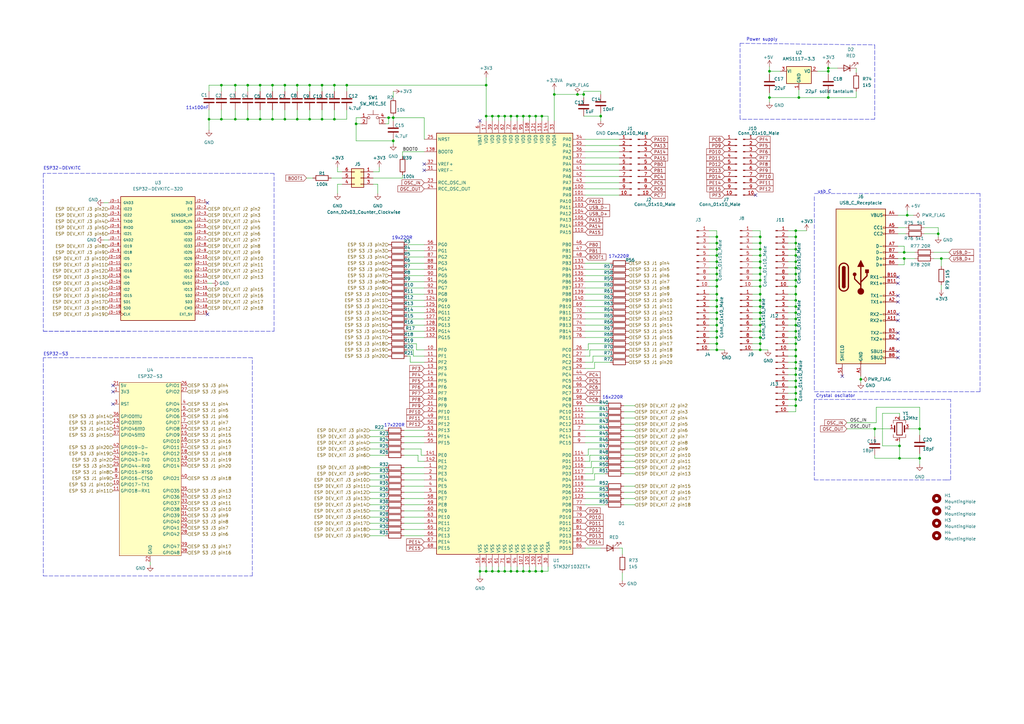
<source format=kicad_sch>
(kicad_sch (version 20211123) (generator eeschema)
  (paper "A3")
  (junction (at 90.805 48.895))
  (junction (at 326.39 114.935))
  (junction (at 311.785 120.65))
  (junction (at 161.29 48.26))
  (junction (at 327.66 40.005))
  (junction (at 222.25 47.625))
  (junction (at 294.005 130.81))
  (junction (at 294.005 97.155))
  (junction (at 384.81 95.885))
  (junction (at 159.385 48.26))
  (junction (at 326.39 146.05))
  (junction (at 85.725 48.895))
  (junction (at 368.935 182.88))
  (junction (at 294.005 112.395))
  (junction (at 311.785 140.97))
  (junction (at 217.17 47.625))
  (junction (at 294.005 117.475))
  (junction (at 326.39 112.395))
  (junction (at 90.805 34.925))
  (junction (at 311.785 107.315))
  (junction (at 311.785 109.855))
  (junction (at 294.005 128.27))
  (junction (at 311.785 99.695))
  (junction (at 132.08 34.925))
  (junction (at 214.63 234.315))
  (junction (at 239.395 38.735))
  (junction (at 315.595 40.005))
  (junction (at 326.39 153.67))
  (junction (at 137.16 34.925))
  (junction (at 311.785 104.775))
  (junction (at 146.05 50.8))
  (junction (at 326.39 128.27))
  (junction (at 377.19 187.96))
  (junction (at 370.84 103.505))
  (junction (at 326.39 125.73))
  (junction (at 132.08 48.895))
  (junction (at 204.47 234.315))
  (junction (at 311.785 123.19))
  (junction (at 227.33 38.735))
  (junction (at 294.005 104.775))
  (junction (at 339.725 29.21))
  (junction (at 294.005 138.43))
  (junction (at 372.11 88.265))
  (junction (at 326.39 123.19))
  (junction (at 377.19 175.895))
  (junction (at 326.39 107.315))
  (junction (at 311.785 112.395))
  (junction (at 207.01 47.625))
  (junction (at 294.005 114.935))
  (junction (at 326.39 156.21))
  (junction (at 326.39 120.65))
  (junction (at 311.785 138.43))
  (junction (at 311.785 117.475))
  (junction (at 121.92 48.895))
  (junction (at 201.93 47.625))
  (junction (at 222.25 234.315))
  (junction (at 326.39 140.97))
  (junction (at 294.005 120.65))
  (junction (at 326.39 158.75))
  (junction (at 370.84 106.045))
  (junction (at 311.785 143.51))
  (junction (at 106.68 34.925))
  (junction (at 207.01 234.315))
  (junction (at 326.39 117.475))
  (junction (at 326.39 130.81))
  (junction (at 311.785 128.27))
  (junction (at 116.84 48.895))
  (junction (at 311.785 133.35))
  (junction (at 199.39 34.925))
  (junction (at 311.785 114.935))
  (junction (at 326.39 151.13))
  (junction (at 326.39 163.83))
  (junction (at 326.39 102.235))
  (junction (at 326.39 161.29))
  (junction (at 294.005 140.97))
  (junction (at 339.725 40.005))
  (junction (at 246.38 47.625))
  (junction (at 326.39 109.855))
  (junction (at 368.935 187.96))
  (junction (at 116.84 34.925))
  (junction (at 201.93 234.315))
  (junction (at 236.855 38.735))
  (junction (at 209.55 234.315))
  (junction (at 96.52 48.895))
  (junction (at 358.775 175.895))
  (junction (at 326.39 143.51))
  (junction (at 294.005 143.51))
  (junction (at 386.08 106.045))
  (junction (at 142.24 34.925))
  (junction (at 219.71 47.625))
  (junction (at 209.55 47.625))
  (junction (at 106.68 48.895))
  (junction (at 199.39 234.315))
  (junction (at 326.39 148.59))
  (junction (at 311.785 135.89))
  (junction (at 353.06 155.575))
  (junction (at 111.76 34.925))
  (junction (at 96.52 34.925))
  (junction (at 326.39 94.615))
  (junction (at 196.85 234.315))
  (junction (at 326.39 99.695))
  (junction (at 294.005 99.695))
  (junction (at 311.785 97.155))
  (junction (at 294.005 125.73))
  (junction (at 294.005 135.89))
  (junction (at 294.005 133.35))
  (junction (at 294.005 123.19))
  (junction (at 326.39 135.89))
  (junction (at 311.785 125.73))
  (junction (at 214.63 47.625))
  (junction (at 326.39 104.775))
  (junction (at 137.16 48.895))
  (junction (at 311.785 130.81))
  (junction (at 121.92 34.925))
  (junction (at 217.17 234.315))
  (junction (at 212.09 234.315))
  (junction (at 339.725 27.94))
  (junction (at 315.595 29.21))
  (junction (at 101.6 48.895))
  (junction (at 294.005 102.235))
  (junction (at 294.005 109.855))
  (junction (at 204.47 47.625))
  (junction (at 311.785 102.235))
  (junction (at 219.71 234.315))
  (junction (at 326.39 166.37))
  (junction (at 127 48.895))
  (junction (at 111.76 48.895))
  (junction (at 161.29 57.785))
  (junction (at 326.39 133.35))
  (junction (at 212.09 47.625))
  (junction (at 199.39 47.625))
  (junction (at 101.6 34.925))
  (junction (at 326.39 138.43))
  (junction (at 326.39 97.155))
  (junction (at 127 34.925))
  (junction (at 294.005 107.315))
  (no_connect (at 368.3 139.065))
  (no_connect (at 368.3 113.665))
  (no_connect (at 46.355 160.655))
  (no_connect (at 368.3 146.685))
  (no_connect (at 85.09 128.905))
  (no_connect (at 196.85 49.53))
  (no_connect (at 368.3 116.205))
  (no_connect (at 368.3 123.825))
  (no_connect (at 345.44 154.305))
  (no_connect (at 368.3 131.445))
  (no_connect (at 368.3 121.285))
  (no_connect (at 368.3 144.145))
  (no_connect (at 368.3 128.905))
  (no_connect (at 173.99 69.85))
  (no_connect (at 173.99 67.31))
  (no_connect (at 46.355 165.735))
  (no_connect (at 309.88 80.01))
  (no_connect (at 368.3 136.525))
  (no_connect (at 85.09 83.185))
  (no_connect (at 46.355 158.115))
  (wire (pts (xy 290.83 130.81) (xy 294.005 130.81)))
  (wire (pts (xy 146.05 48.26) (xy 147.955 48.26)))
  (wire (pts (xy 240.03 64.77) (xy 254 64.77)))
  (wire (pts (xy 151.765 219.71) (xy 158.115 219.71)))
  (wire (pts (xy 308.61 97.155) (xy 311.785 97.155)))
  (wire (pts (xy 90.805 45.085) (xy 90.805 48.895)))
  (wire (pts (xy 326.39 166.37) (xy 326.39 168.91)))
  (wire (pts (xy 308.61 135.89) (xy 311.785 135.89)))
  (wire (pts (xy 90.805 34.925) (xy 90.805 37.465)))
  (wire (pts (xy 311.785 107.315) (xy 311.785 109.855)))
  (wire (pts (xy 240.03 135.89) (xy 250.19 135.89)))
  (wire (pts (xy 290.83 133.35) (xy 294.005 133.35)))
  (wire (pts (xy 146.05 57.785) (xy 161.29 57.785)))
  (wire (pts (xy 161.29 47.625) (xy 161.29 48.26)))
  (wire (pts (xy 250.19 140.97) (xy 241.3 140.97)))
  (wire (pts (xy 323.215 123.19) (xy 326.39 123.19)))
  (wire (pts (xy 240.03 166.37) (xy 248.285 166.37)))
  (wire (pts (xy 116.84 45.085) (xy 116.84 48.895)))
  (wire (pts (xy 96.52 48.895) (xy 90.805 48.895)))
  (wire (pts (xy 308.61 128.27) (xy 311.785 128.27)))
  (wire (pts (xy 240.03 199.39) (xy 248.285 199.39)))
  (wire (pts (xy 290.83 114.935) (xy 294.005 114.935)))
  (wire (pts (xy 255.905 179.07) (xy 260.35 179.07)))
  (wire (pts (xy 96.52 45.085) (xy 96.52 48.895)))
  (wire (pts (xy 368.3 93.345) (xy 371.475 93.345)))
  (wire (pts (xy 158.115 184.15) (xy 151.765 184.15)))
  (wire (pts (xy 294.005 133.35) (xy 294.005 135.89)))
  (wire (pts (xy 370.84 108.585) (xy 370.84 106.045)))
  (wire (pts (xy 377.19 186.055) (xy 377.19 187.96)))
  (wire (pts (xy 132.08 34.925) (xy 132.08 37.465)))
  (wire (pts (xy 85.725 48.895) (xy 85.725 53.34)))
  (wire (pts (xy 351.155 40.005) (xy 339.725 40.005)))
  (wire (pts (xy 239.395 38.735) (xy 239.395 40.005)))
  (wire (pts (xy 240.03 151.13) (xy 243.84 151.13)))
  (wire (pts (xy 173.99 110.49) (xy 167.005 110.49)))
  (wire (pts (xy 359.41 173.355) (xy 359.41 167.005)))
  (wire (pts (xy 326.39 146.05) (xy 323.215 146.05)))
  (wire (pts (xy 161.29 57.785) (xy 161.29 59.055)))
  (wire (pts (xy 323.215 117.475) (xy 326.39 117.475)))
  (wire (pts (xy 246.38 46.355) (xy 246.38 47.625)))
  (wire (pts (xy 308.61 143.51) (xy 311.785 143.51)))
  (wire (pts (xy 170.815 143.51) (xy 170.815 140.97)))
  (wire (pts (xy 212.09 234.315) (xy 214.63 234.315)))
  (wire (pts (xy 161.29 48.26) (xy 161.29 49.53)))
  (wire (pts (xy 240.03 125.73) (xy 250.19 125.73)))
  (wire (pts (xy 153.035 75.565) (xy 154.94 75.565)))
  (wire (pts (xy 326.39 97.155) (xy 326.39 99.695)))
  (polyline (pts (xy 358.775 48.895) (xy 303.53 48.895)))
  (wire (pts (xy 372.11 88.265) (xy 372.11 86.36)))
  (wire (pts (xy 323.215 97.155) (xy 326.39 97.155)))
  (wire (pts (xy 255.905 204.47) (xy 260.35 204.47)))
  (wire (pts (xy 171.45 186.69) (xy 165.735 186.69)))
  (wire (pts (xy 372.745 175.895) (xy 377.19 175.895)))
  (wire (pts (xy 138.43 70.485) (xy 140.335 70.485)))
  (wire (pts (xy 132.08 34.925) (xy 137.16 34.925)))
  (wire (pts (xy 217.17 232.41) (xy 217.17 234.315)))
  (wire (pts (xy 165.735 219.71) (xy 173.99 219.71)))
  (wire (pts (xy 173.99 125.73) (xy 167.005 125.73)))
  (wire (pts (xy 106.68 34.925) (xy 111.76 34.925)))
  (wire (pts (xy 96.52 34.925) (xy 101.6 34.925)))
  (wire (pts (xy 151.765 209.55) (xy 158.115 209.55)))
  (wire (pts (xy 199.39 232.41) (xy 199.39 234.315)))
  (wire (pts (xy 222.25 234.315) (xy 224.79 234.315)))
  (wire (pts (xy 222.25 47.625) (xy 222.25 49.53)))
  (wire (pts (xy 240.03 148.59) (xy 243.205 148.59)))
  (wire (pts (xy 311.785 114.935) (xy 311.785 117.475)))
  (wire (pts (xy 311.785 109.855) (xy 311.785 112.395)))
  (wire (pts (xy 243.205 191.77) (xy 248.285 191.77)))
  (wire (pts (xy 167.005 140.97) (xy 170.815 140.97)))
  (wire (pts (xy 44.45 98.425) (xy 42.545 98.425)))
  (wire (pts (xy 339.725 29.21) (xy 339.725 30.48)))
  (wire (pts (xy 326.39 94.615) (xy 326.39 97.155)))
  (wire (pts (xy 255.905 201.93) (xy 260.35 201.93)))
  (wire (pts (xy 204.47 232.41) (xy 204.47 234.315)))
  (polyline (pts (xy 17.78 135.89) (xy 53.34 135.89)))
  (wire (pts (xy 326.39 148.59) (xy 326.39 151.13)))
  (wire (pts (xy 242.57 191.77) (xy 240.03 191.77)))
  (polyline (pts (xy 103.505 236.22) (xy 103.505 146.685)))
  (wire (pts (xy 240.03 189.23) (xy 241.935 189.23)))
  (wire (pts (xy 165.7885 204.47) (xy 173.99 204.47)))
  (wire (pts (xy 111.76 45.085) (xy 111.76 48.895)))
  (wire (pts (xy 173.99 133.35) (xy 167.005 133.35)))
  (wire (pts (xy 323.215 109.855) (xy 326.39 109.855)))
  (wire (pts (xy 173.99 48.26) (xy 173.99 57.15)))
  (wire (pts (xy 173.99 135.89) (xy 167.005 135.89)))
  (wire (pts (xy 326.39 107.315) (xy 326.39 109.855)))
  (wire (pts (xy 308.61 104.775) (xy 311.785 104.775)))
  (wire (pts (xy 106.68 48.895) (xy 101.6 48.895)))
  (wire (pts (xy 151.765 176.53) (xy 158.115 176.53)))
  (wire (pts (xy 137.16 34.925) (xy 142.24 34.925)))
  (wire (pts (xy 311.785 94.615) (xy 308.61 94.615)))
  (wire (pts (xy 370.84 106.045) (xy 375.285 106.045)))
  (wire (pts (xy 326.39 153.67) (xy 326.39 156.21)))
  (wire (pts (xy 255.27 224.79) (xy 255.27 227.33)))
  (wire (pts (xy 294.005 123.19) (xy 294.005 125.73)))
  (wire (pts (xy 255.905 173.99) (xy 260.35 173.99)))
  (wire (pts (xy 326.39 99.695) (xy 326.39 102.235)))
  (wire (pts (xy 311.785 112.395) (xy 311.785 114.935)))
  (wire (pts (xy 290.83 97.155) (xy 294.005 97.155)))
  (wire (pts (xy 222.25 47.625) (xy 224.79 47.625)))
  (wire (pts (xy 224.79 47.625) (xy 224.79 49.53)))
  (wire (pts (xy 368.3 100.965) (xy 370.84 100.965)))
  (wire (pts (xy 323.215 166.37) (xy 326.39 166.37)))
  (wire (pts (xy 308.61 109.855) (xy 311.785 109.855)))
  (wire (pts (xy 204.47 234.315) (xy 207.01 234.315)))
  (wire (pts (xy 173.99 138.43) (xy 167.005 138.43)))
  (wire (pts (xy 44.45 83.185) (xy 42.545 83.185)))
  (wire (pts (xy 153.035 70.485) (xy 155.575 70.485)))
  (wire (pts (xy 323.215 112.395) (xy 326.39 112.395)))
  (polyline (pts (xy 389.89 163.83) (xy 334.01 163.83)))
  (wire (pts (xy 323.215 114.935) (xy 326.39 114.935)))
  (wire (pts (xy 173.99 186.69) (xy 172.72 186.69)))
  (wire (pts (xy 241.3 143.51) (xy 240.03 143.51)))
  (wire (pts (xy 209.55 47.625) (xy 209.55 49.53)))
  (wire (pts (xy 370.84 100.965) (xy 370.84 103.505)))
  (wire (pts (xy 326.39 104.775) (xy 326.39 107.315)))
  (wire (pts (xy 171.45 189.23) (xy 171.45 186.69)))
  (wire (pts (xy 161.29 57.15) (xy 161.29 57.785)))
  (wire (pts (xy 121.92 34.925) (xy 121.92 37.465)))
  (wire (pts (xy 207.01 47.625) (xy 209.55 47.625)))
  (wire (pts (xy 386.08 116.84) (xy 386.08 118.745)))
  (wire (pts (xy 212.09 232.41) (xy 212.09 234.315)))
  (wire (pts (xy 146.05 48.26) (xy 146.05 50.8)))
  (wire (pts (xy 241.3 184.15) (xy 248.285 184.15)))
  (wire (pts (xy 248.285 189.23) (xy 242.57 189.23)))
  (wire (pts (xy 326.39 140.97) (xy 326.39 143.51)))
  (wire (pts (xy 165.1 62.23) (xy 165.1 64.135)))
  (wire (pts (xy 240.03 194.31) (xy 243.205 194.31)))
  (wire (pts (xy 358.775 175.895) (xy 358.775 179.07)))
  (wire (pts (xy 159.385 48.26) (xy 161.29 48.26)))
  (wire (pts (xy 326.39 138.43) (xy 326.39 140.97)))
  (wire (pts (xy 326.39 143.51) (xy 326.39 146.05)))
  (wire (pts (xy 323.215 161.29) (xy 326.39 161.29)))
  (wire (pts (xy 377.19 175.895) (xy 377.19 178.435)))
  (wire (pts (xy 240.03 133.35) (xy 250.19 133.35)))
  (wire (pts (xy 240.03 115.57) (xy 250.19 115.57)))
  (wire (pts (xy 121.92 34.925) (xy 127 34.925)))
  (wire (pts (xy 311.785 125.73) (xy 311.785 128.27)))
  (wire (pts (xy 137.16 34.925) (xy 137.16 37.465)))
  (wire (pts (xy 153.035 73.025) (xy 165.1 73.025)))
  (wire (pts (xy 294.005 109.855) (xy 294.005 112.395)))
  (wire (pts (xy 290.83 102.235) (xy 294.005 102.235)))
  (wire (pts (xy 290.83 138.43) (xy 294.005 138.43)))
  (wire (pts (xy 290.83 109.855) (xy 294.005 109.855)))
  (wire (pts (xy 199.39 47.625) (xy 201.93 47.625)))
  (wire (pts (xy 111.76 48.895) (xy 116.84 48.895)))
  (wire (pts (xy 151.765 217.17) (xy 158.115 217.17)))
  (wire (pts (xy 165.735 176.53) (xy 173.99 176.53)))
  (wire (pts (xy 85.09 116.205) (xy 86.995 116.205)))
  (wire (pts (xy 311.785 123.19) (xy 311.785 125.73)))
  (wire (pts (xy 290.83 107.315) (xy 294.005 107.315)))
  (wire (pts (xy 311.785 97.155) (xy 311.785 99.695)))
  (wire (pts (xy 311.785 120.65) (xy 311.785 123.19)))
  (wire (pts (xy 246.38 47.625) (xy 239.395 47.625)))
  (wire (pts (xy 243.205 146.05) (xy 250.19 146.05)))
  (wire (pts (xy 323.215 130.81) (xy 326.39 130.81)))
  (wire (pts (xy 240.03 69.85) (xy 254 69.85)))
  (wire (pts (xy 165.7885 191.77) (xy 173.99 191.77)))
  (wire (pts (xy 323.215 102.235) (xy 326.39 102.235)))
  (wire (pts (xy 311.785 140.97) (xy 311.785 143.51)))
  (wire (pts (xy 248.285 194.31) (xy 243.84 194.31)))
  (wire (pts (xy 243.84 148.59) (xy 250.19 148.59)))
  (wire (pts (xy 308.61 117.475) (xy 311.785 117.475)))
  (wire (pts (xy 239.395 37.465) (xy 239.395 38.735)))
  (wire (pts (xy 173.99 128.27) (xy 167.005 128.27)))
  (wire (pts (xy 323.215 140.97) (xy 326.39 140.97)))
  (wire (pts (xy 315.595 40.005) (xy 327.66 40.005)))
  (wire (pts (xy 323.215 107.315) (xy 326.39 107.315)))
  (wire (pts (xy 243.84 151.13) (xy 243.84 148.59)))
  (wire (pts (xy 240.03 113.03) (xy 250.19 113.03)))
  (wire (pts (xy 167.005 102.87) (xy 173.99 102.87)))
  (wire (pts (xy 326.39 146.05) (xy 326.39 148.59)))
  (wire (pts (xy 127 34.925) (xy 127 37.465)))
  (wire (pts (xy 240.03 171.45) (xy 248.285 171.45)))
  (wire (pts (xy 339.725 40.005) (xy 339.725 38.1)))
  (wire (pts (xy 227.33 38.735) (xy 227.33 49.53)))
  (wire (pts (xy 227.33 38.735) (xy 236.855 38.735)))
  (wire (pts (xy 132.08 45.085) (xy 132.08 48.895)))
  (wire (pts (xy 290.83 117.475) (xy 294.005 117.475)))
  (wire (pts (xy 173.99 107.95) (xy 167.005 107.95)))
  (wire (pts (xy 212.09 47.625) (xy 212.09 49.53)))
  (wire (pts (xy 127 48.895) (xy 132.08 48.895)))
  (wire (pts (xy 326.39 102.235) (xy 326.39 104.775)))
  (wire (pts (xy 85.725 37.465) (xy 85.725 34.925)))
  (polyline (pts (xy 334.01 79.375) (xy 401.955 79.375)))
  (wire (pts (xy 323.215 99.695) (xy 326.39 99.695)))
  (wire (pts (xy 315.595 29.21) (xy 315.595 30.48)))
  (wire (pts (xy 255.905 186.69) (xy 260.35 186.69)))
  (wire (pts (xy 151.765 214.63) (xy 158.115 214.63)))
  (wire (pts (xy 382.905 103.505) (xy 389.255 103.505)))
  (wire (pts (xy 242.57 189.23) (xy 242.57 191.77)))
  (wire (pts (xy 323.215 125.73) (xy 326.39 125.73)))
  (wire (pts (xy 201.93 232.41) (xy 201.93 234.315)))
  (wire (pts (xy 241.935 186.69) (xy 248.285 186.69)))
  (wire (pts (xy 159.385 50.8) (xy 159.385 48.26)))
  (wire (pts (xy 358.775 186.69) (xy 358.775 187.96)))
  (wire (pts (xy 240.03 128.27) (xy 250.19 128.27)))
  (wire (pts (xy 214.63 47.625) (xy 217.17 47.625)))
  (wire (pts (xy 173.99 123.19) (xy 167.005 123.19)))
  (wire (pts (xy 311.785 130.81) (xy 311.785 133.35)))
  (wire (pts (xy 165.735 217.17) (xy 173.99 217.17)))
  (wire (pts (xy 384.81 95.885) (xy 384.81 97.155)))
  (wire (pts (xy 127 45.085) (xy 127 48.895)))
  (wire (pts (xy 323.215 156.21) (xy 326.39 156.21)))
  (wire (pts (xy 240.03 176.53) (xy 248.285 176.53)))
  (wire (pts (xy 151.765 199.39) (xy 158.1685 199.39)))
  (wire (pts (xy 207.01 232.41) (xy 207.01 234.315)))
  (wire (pts (xy 142.24 34.925) (xy 142.24 37.465)))
  (wire (pts (xy 243.84 196.85) (xy 240.03 196.85)))
  (wire (pts (xy 111.76 34.925) (xy 116.84 34.925)))
  (wire (pts (xy 196.85 234.315) (xy 196.85 236.22)))
  (wire (pts (xy 240.03 57.15) (xy 254 57.15)))
  (wire (pts (xy 323.215 153.67) (xy 326.39 153.67)))
  (wire (pts (xy 214.63 234.315) (xy 217.17 234.315)))
  (wire (pts (xy 361.95 182.88) (xy 368.935 182.88)))
  (wire (pts (xy 255.905 166.37) (xy 260.35 166.37)))
  (wire (pts (xy 255.27 234.95) (xy 255.27 238.125)))
  (wire (pts (xy 290.83 112.395) (xy 294.005 112.395)))
  (wire (pts (xy 201.93 47.625) (xy 201.93 49.53)))
  (wire (pts (xy 351.155 37.465) (xy 351.155 40.005)))
  (wire (pts (xy 201.93 234.315) (xy 204.47 234.315)))
  (wire (pts (xy 311.785 128.27) (xy 311.785 130.81)))
  (wire (pts (xy 294.005 120.65) (xy 294.005 123.19)))
  (polyline (pts (xy 303.53 48.895) (xy 303.53 17.78)))
  (wire (pts (xy 315.595 38.1) (xy 315.595 40.005)))
  (wire (pts (xy 241.3 140.97) (xy 241.3 143.51)))
  (wire (pts (xy 240.03 59.69) (xy 254 59.69)))
  (wire (pts (xy 240.03 62.23) (xy 254 62.23)))
  (wire (pts (xy 326.39 109.855) (xy 326.39 112.395)))
  (wire (pts (xy 384.81 93.345) (xy 384.81 95.885)))
  (wire (pts (xy 106.68 48.895) (xy 111.76 48.895)))
  (wire (pts (xy 151.765 207.01) (xy 158.1685 207.01)))
  (wire (pts (xy 158.115 186.69) (xy 151.765 186.69)))
  (wire (pts (xy 311.785 135.89) (xy 311.785 138.43)))
  (wire (pts (xy 132.08 48.895) (xy 137.16 48.895)))
  (wire (pts (xy 125.73 73.025) (xy 128.27 73.025)))
  (wire (pts (xy 323.215 163.83) (xy 326.39 163.83)))
  (wire (pts (xy 243.84 194.31) (xy 243.84 196.85)))
  (wire (pts (xy 121.92 45.085) (xy 121.92 48.895)))
  (wire (pts (xy 308.61 130.81) (xy 311.785 130.81)))
  (wire (pts (xy 173.99 118.11) (xy 167.005 118.11)))
  (wire (pts (xy 326.39 151.13) (xy 326.39 153.67)))
  (wire (pts (xy 161.29 48.26) (xy 173.99 48.26)))
  (wire (pts (xy 172.72 184.15) (xy 165.735 184.15)))
  (wire (pts (xy 240.03 120.65) (xy 250.19 120.65)))
  (wire (pts (xy 207.01 47.625) (xy 207.01 49.53)))
  (wire (pts (xy 165.735 214.63) (xy 173.99 214.63)))
  (wire (pts (xy 323.215 143.51) (xy 326.39 143.51)))
  (wire (pts (xy 311.785 104.775) (xy 311.785 107.315)))
  (wire (pts (xy 217.17 47.625) (xy 217.17 49.53)))
  (wire (pts (xy 294.005 94.615) (xy 294.005 97.155)))
  (polyline (pts (xy 334.01 160.655) (xy 401.955 160.655)))
  (wire (pts (xy 151.765 201.93) (xy 158.1685 201.93)))
  (wire (pts (xy 326.39 133.35) (xy 326.39 135.89)))
  (wire (pts (xy 308.61 120.65) (xy 311.785 120.65)))
  (wire (pts (xy 326.39 94.615) (xy 330.835 94.615)))
  (wire (pts (xy 294.005 102.235) (xy 294.005 104.775)))
  (wire (pts (xy 370.84 103.505) (xy 375.285 103.505)))
  (wire (pts (xy 240.03 207.01) (xy 248.285 207.01)))
  (wire (pts (xy 323.215 148.59) (xy 326.39 148.59)))
  (polyline (pts (xy 17.78 236.22) (xy 103.505 236.22)))
  (wire (pts (xy 326.39 117.475) (xy 326.39 120.65)))
  (wire (pts (xy 294.005 140.97) (xy 294.005 143.51)))
  (wire (pts (xy 368.3 88.265) (xy 372.11 88.265)))
  (wire (pts (xy 137.16 48.895) (xy 142.24 48.895)))
  (polyline (pts (xy 17.78 135.89) (xy 112.395 135.89)))
  (polyline (pts (xy 358.775 18.415) (xy 358.775 48.895)))
  (wire (pts (xy 377.19 190.5) (xy 377.19 187.96)))
  (wire (pts (xy 368.935 187.96) (xy 368.935 182.88)))
  (wire (pts (xy 326.39 163.83) (xy 326.39 166.37)))
  (wire (pts (xy 323.215 138.43) (xy 326.39 138.43)))
  (wire (pts (xy 311.785 102.235) (xy 311.785 104.775)))
  (wire (pts (xy 327.66 40.005) (xy 327.66 36.83)))
  (wire (pts (xy 240.03 72.39) (xy 254 72.39)))
  (wire (pts (xy 311.785 138.43) (xy 311.785 140.97)))
  (wire (pts (xy 255.905 184.15) (xy 260.35 184.15)))
  (wire (pts (xy 106.68 45.085) (xy 106.68 48.895)))
  (wire (pts (xy 241.935 143.51) (xy 250.19 143.51)))
  (wire (pts (xy 138.43 68.58) (xy 138.43 70.485)))
  (wire (pts (xy 201.93 47.625) (xy 204.47 47.625)))
  (wire (pts (xy 209.55 232.41) (xy 209.55 234.315)))
  (wire (pts (xy 255.905 207.01) (xy 260.35 207.01)))
  (wire (pts (xy 173.99 113.03) (xy 167.005 113.03)))
  (wire (pts (xy 361.95 169.545) (xy 361.95 182.88)))
  (wire (pts (xy 240.03 181.61) (xy 248.285 181.61)))
  (wire (pts (xy 323.215 151.13) (xy 326.39 151.13)))
  (wire (pts (xy 368.3 108.585) (xy 370.84 108.585)))
  (wire (pts (xy 240.03 173.99) (xy 248.285 173.99)))
  (wire (pts (xy 382.905 106.045) (xy 386.08 106.045)))
  (wire (pts (xy 255.905 191.77) (xy 260.35 191.77)))
  (wire (pts (xy 161.29 37.465) (xy 161.29 40.005)))
  (wire (pts (xy 240.03 138.43) (xy 250.19 138.43)))
  (wire (pts (xy 146.05 50.8) (xy 146.05 57.785)))
  (wire (pts (xy 308.61 133.35) (xy 311.785 133.35)))
  (wire (pts (xy 315.595 40.005) (xy 315.595 41.91)))
  (wire (pts (xy 214.63 232.41) (xy 214.63 234.315)))
  (wire (pts (xy 151.765 179.07) (xy 158.115 179.07)))
  (wire (pts (xy 240.03 110.49) (xy 250.19 110.49)))
  (wire (pts (xy 151.765 194.31) (xy 158.1685 194.31)))
  (wire (pts (xy 151.765 212.09) (xy 158.115 212.09)))
  (wire (pts (xy 240.03 168.91) (xy 248.285 168.91)))
  (wire (pts (xy 151.765 191.77) (xy 158.1685 191.77)))
  (wire (pts (xy 165.735 212.09) (xy 173.99 212.09)))
  (wire (pts (xy 326.39 158.75) (xy 326.39 161.29)))
  (wire (pts (xy 214.63 47.625) (xy 214.63 49.53)))
  (wire (pts (xy 85.725 34.925) (xy 90.805 34.925)))
  (wire (pts (xy 240.03 201.93) (xy 248.285 201.93)))
  (wire (pts (xy 326.39 123.19) (xy 326.39 125.73)))
  (wire (pts (xy 308.61 107.315) (xy 311.785 107.315)))
  (wire (pts (xy 167.005 100.33) (xy 173.99 100.33)))
  (wire (pts (xy 339.725 27.305) (xy 339.725 27.94)))
  (wire (pts (xy 199.39 47.625) (xy 199.39 49.53)))
  (wire (pts (xy 294.005 99.695) (xy 294.005 102.235)))
  (wire (pts (xy 327.66 40.005) (xy 339.725 40.005)))
  (polyline (pts (xy 112.395 71.12) (xy 17.78 71.12)))
  (wire (pts (xy 240.03 123.19) (xy 250.19 123.19)))
  (wire (pts (xy 173.99 115.57) (xy 167.005 115.57)))
  (wire (pts (xy 241.935 146.05) (xy 241.935 143.51)))
  (wire (pts (xy 290.83 128.27) (xy 294.005 128.27)))
  (wire (pts (xy 224.79 234.315) (xy 224.79 232.41)))
  (wire (pts (xy 339.725 27.94) (xy 343.535 27.94)))
  (wire (pts (xy 241.935 189.23) (xy 241.935 186.69)))
  (wire (pts (xy 240.03 224.79) (xy 246.38 224.79)))
  (wire (pts (xy 326.39 120.65) (xy 326.39 123.19)))
  (wire (pts (xy 290.83 143.51) (xy 294.005 143.51)))
  (wire (pts (xy 255.905 199.39) (xy 260.35 199.39)))
  (wire (pts (xy 146.05 50.8) (xy 147.955 50.8)))
  (wire (pts (xy 212.09 47.625) (xy 214.63 47.625)))
  (wire (pts (xy 294.005 107.315) (xy 294.005 109.855)))
  (wire (pts (xy 239.395 37.465) (xy 246.38 37.465)))
  (wire (pts (xy 294.005 135.89) (xy 294.005 138.43)))
  (wire (pts (xy 308.61 123.19) (xy 311.785 123.19)))
  (wire (pts (xy 326.39 112.395) (xy 326.39 114.935)))
  (wire (pts (xy 246.38 37.465) (xy 246.38 38.735)))
  (wire (pts (xy 172.72 186.69) (xy 172.72 184.15)))
  (wire (pts (xy 165.735 181.61) (xy 173.99 181.61)))
  (wire (pts (xy 320.04 29.21) (xy 315.595 29.21)))
  (wire (pts (xy 158.115 48.26) (xy 159.385 48.26)))
  (wire (pts (xy 217.17 234.315) (xy 219.71 234.315)))
  (polyline (pts (xy 334.01 163.83) (xy 334.01 196.85)))
  (wire (pts (xy 323.215 128.27) (xy 326.39 128.27)))
  (wire (pts (xy 196.85 234.315) (xy 199.39 234.315)))
  (wire (pts (xy 101.6 48.895) (xy 96.52 48.895)))
  (wire (pts (xy 290.83 99.695) (xy 294.005 99.695)))
  (wire (pts (xy 85.725 45.085) (xy 85.725 48.895)))
  (wire (pts (xy 204.47 47.625) (xy 204.47 49.53)))
  (wire (pts (xy 243.205 148.59) (xy 243.205 146.05)))
  (polyline (pts (xy 387.985 196.85) (xy 389.89 196.85)))
  (wire (pts (xy 121.92 48.895) (xy 127 48.895)))
  (wire (pts (xy 368.3 106.045) (xy 370.84 106.045)))
  (wire (pts (xy 209.55 234.315) (xy 212.09 234.315)))
  (wire (pts (xy 290.83 140.97) (xy 294.005 140.97)))
  (wire (pts (xy 311.785 99.695) (xy 311.785 102.235)))
  (wire (pts (xy 255.905 168.91) (xy 260.35 168.91)))
  (wire (pts (xy 308.61 125.73) (xy 311.785 125.73)))
  (wire (pts (xy 165.7885 194.31) (xy 173.99 194.31)))
  (wire (pts (xy 240.03 130.81) (xy 250.19 130.81)))
  (polyline (pts (xy 334.01 80.645) (xy 334.01 160.655)))
  (wire (pts (xy 158.115 50.8) (xy 159.385 50.8)))
  (wire (pts (xy 173.99 130.81) (xy 167.005 130.81)))
  (wire (pts (xy 155.575 70.485) (xy 155.575 68.58)))
  (wire (pts (xy 323.215 158.75) (xy 326.39 158.75)))
  (wire (pts (xy 240.03 204.47) (xy 248.285 204.47)))
  (wire (pts (xy 240.03 146.05) (xy 241.935 146.05)))
  (wire (pts (xy 219.71 47.625) (xy 222.25 47.625)))
  (wire (pts (xy 294.005 114.935) (xy 294.005 117.475)))
  (wire (pts (xy 379.095 93.345) (xy 384.81 93.345)))
  (wire (pts (xy 101.6 34.925) (xy 101.6 37.465)))
  (wire (pts (xy 294.005 138.43) (xy 294.005 140.97)))
  (wire (pts (xy 294.005 130.81) (xy 294.005 133.35)))
  (wire (pts (xy 138.43 75.565) (xy 140.335 75.565)))
  (wire (pts (xy 169.545 143.51) (xy 167.005 143.51)))
  (wire (pts (xy 204.47 47.625) (xy 207.01 47.625)))
  (wire (pts (xy 326.39 161.29) (xy 326.39 163.83)))
  (wire (pts (xy 311.785 143.51) (xy 314.96 143.51)))
  (wire (pts (xy 240.03 179.07) (xy 248.285 179.07)))
  (wire (pts (xy 386.08 106.045) (xy 386.08 109.22)))
  (wire (pts (xy 294.005 143.51) (xy 297.18 143.51)))
  (wire (pts (xy 165.7885 199.39) (xy 173.99 199.39)))
  (wire (pts (xy 222.25 232.41) (xy 222.25 234.315)))
  (wire (pts (xy 240.03 67.31) (xy 254 67.31)))
  (wire (pts (xy 219.71 232.41) (xy 219.71 234.315)))
  (wire (pts (xy 116.84 48.895) (xy 121.92 48.895)))
  (wire (pts (xy 243.205 194.31) (xy 243.205 191.77)))
  (wire (pts (xy 358.775 187.96) (xy 368.935 187.96)))
  (polyline (pts (xy 17.78 71.12) (xy 17.78 135.89)))
  (wire (pts (xy 240.03 118.11) (xy 250.19 118.11)))
  (wire (pts (xy 154.94 75.565) (xy 154.94 79.375)))
  (wire (pts (xy 151.765 181.61) (xy 158.115 181.61)))
  (wire (pts (xy 219.71 47.625) (xy 219.71 49.53)))
  (wire (pts (xy 326.39 130.81) (xy 326.39 133.35)))
  (wire (pts (xy 142.24 45.085) (xy 142.24 48.895)))
  (wire (pts (xy 101.6 45.085) (xy 101.6 48.895)))
  (wire (pts (xy 308.61 114.935) (xy 311.785 114.935)))
  (wire (pts (xy 116.84 34.925) (xy 121.92 34.925)))
  (wire (pts (xy 173.99 189.23) (xy 171.45 189.23)))
  (wire (pts (xy 326.39 168.91) (xy 323.215 168.91)))
  (wire (pts (xy 236.855 38.735) (xy 239.395 38.735)))
  (wire (pts (xy 165.7885 207.01) (xy 173.99 207.01)))
  (wire (pts (xy 294.005 117.475) (xy 294.005 120.65)))
  (wire (pts (xy 169.545 146.05) (xy 169.545 143.51)))
  (wire (pts (xy 255.905 171.45) (xy 260.35 171.45)))
  (wire (pts (xy 311.785 94.615) (xy 311.785 97.155)))
  (wire (pts (xy 61.595 231.775) (xy 61.595 230.505)))
  (wire (pts (xy 323.215 94.615) (xy 326.39 94.615)))
  (wire (pts (xy 101.6 34.925) (xy 106.68 34.925)))
  (wire (pts (xy 138.43 79.375) (xy 138.43 75.565)))
  (wire (pts (xy 151.765 204.47) (xy 158.1685 204.47)))
  (wire (pts (xy 359.41 167.005) (xy 377.19 167.005)))
  (wire (pts (xy 335.28 29.21) (xy 339.725 29.21)))
  (wire (pts (xy 165.7885 201.93) (xy 173.99 201.93)))
  (wire (pts (xy 260.35 189.23) (xy 255.905 189.23)))
  (wire (pts (xy 323.215 104.775) (xy 326.39 104.775)))
  (wire (pts (xy 165.735 209.55) (xy 173.99 209.55)))
  (wire (pts (xy 290.83 125.73) (xy 294.005 125.73)))
  (wire (pts (xy 326.39 135.89) (xy 326.39 138.43)))
  (wire (pts (xy 199.39 234.315) (xy 201.93 234.315)))
  (wire (pts (xy 217.17 47.625) (xy 219.71 47.625)))
  (wire (pts (xy 255.905 181.61) (xy 260.35 181.61)))
  (wire (pts (xy 254 224.79) (xy 255.27 224.79)))
  (wire (pts (xy 168.275 146.05) (xy 167.005 146.05)))
  (wire (pts (xy 142.24 34.925) (xy 199.39 34.925)))
  (wire (pts (xy 294.005 112.395) (xy 294.005 114.935)))
  (wire (pts (xy 315.595 27.305) (xy 315.595 29.21)))
  (wire (pts (xy 326.39 156.21) (xy 326.39 158.75)))
  (wire (pts (xy 255.905 176.53) (xy 260.35 176.53)))
  (wire (pts (xy 323.215 120.65) (xy 326.39 120.65)))
  (wire (pts (xy 368.935 169.545) (xy 361.95 169.545)))
  (wire (pts (xy 308.61 99.695) (xy 311.785 99.695)))
  (wire (pts (xy 260.35 194.31) (xy 255.905 194.31)))
  (wire (pts (xy 358.775 175.895) (xy 365.125 175.895)))
  (wire (pts (xy 347.345 173.355) (xy 359.41 173.355)))
  (wire (pts (xy 294.005 94.615) (xy 290.83 94.615)))
  (polyline (pts (xy 103.505 146.685) (xy 17.78 146.685)))
  (wire (pts (xy 165.7885 196.85) (xy 173.99 196.85)))
  (wire (pts (xy 311.785 117.475) (xy 311.785 120.65)))
  (wire (pts (xy 135.89 73.025) (xy 140.335 73.025)))
  (wire (pts (xy 368.3 103.505) (xy 370.84 103.505)))
  (wire (pts (xy 240.03 107.95) (xy 250.19 107.95)))
  (wire (pts (xy 379.095 95.885) (xy 384.81 95.885)))
  (wire (pts (xy 326.39 114.935) (xy 326.39 117.475)))
  (wire (pts (xy 308.61 112.395) (xy 311.785 112.395)))
  (polyline (pts (xy 334.01 196.85) (xy 387.985 196.85)))
  (wire (pts (xy 374.65 88.265) (xy 372.11 88.265)))
  (polyline (pts (xy 112.395 135.89) (xy 112.395 71.12)))
  (wire (pts (xy 240.03 80.01) (xy 254 80.01)))
  (wire (pts (xy 311.785 133.35) (xy 311.785 135.89)))
  (wire (pts (xy 294.005 128.27) (xy 294.005 130.81)))
  (wire (pts (xy 116.84 34.925) (xy 116.84 37.465)))
  (wire (pts (xy 308.61 102.235) (xy 311.785 102.235)))
  (wire (pts (xy 290.83 135.89) (xy 294.005 135.89)))
  (wire (pts (xy 326.39 128.27) (xy 326.39 130.81)))
  (polyline (pts (xy 17.78 146.685) (xy 17.78 151.765)))
  (wire (pts (xy 308.61 140.97) (xy 311.785 140.97)))
  (wire (pts (xy 241.3 186.69) (xy 241.3 184.15)))
  (wire (pts (xy 199.39 31.75) (xy 199.39 34.925)))
  (wire (pts (xy 96.52 34.925) (xy 96.52 37.465)))
  (wire (pts (xy 323.215 133.35) (xy 326.39 133.35)))
  (wire (pts (xy 246.38 47.625) (xy 246.38 49.53)))
  (wire (pts (xy 165.735 179.07) (xy 173.99 179.07)))
  (wire (pts (xy 196.85 232.41) (xy 196.85 234.315)))
  (wire (pts (xy 351.155 27.94) (xy 351.155 29.845)))
  (wire (pts (xy 85.725 48.895) (xy 90.805 48.895)))
  (wire (pts (xy 106.68 34.925) (xy 106.68 37.465)))
  (wire (pts (xy 111.76 34.925) (xy 111.76 37.465)))
  (wire (pts (xy 323.215 135.89) (xy 326.39 135.89)))
  (wire (pts (xy 209.55 47.625) (xy 212.09 47.625)))
  (wire (pts (xy 90.805 34.925) (xy 96.52 34.925)))
  (wire (pts (xy 168.275 148.59) (xy 168.275 146.05)))
  (wire (pts (xy 199.39 34.925) (xy 199.39 47.625)))
  (wire (pts (xy 173.99 105.41) (xy 167.005 105.41)))
  (wire (pts (xy 173.99 148.59) (xy 168.275 148.59)))
  (wire (pts (xy 240.03 74.93) (xy 254 74.93)))
  (wire (pts (xy 308.61 138.43) (xy 311.785 138.43)))
  (wire (pts (xy 290.83 123.19) (xy 294.005 123.19)))
  (wire (pts (xy 151.765 196.85) (xy 158.1685 196.85)))
  (polyline (pts (xy 17.78 151.13) (xy 17.78 236.22)))
  (wire (pts (xy 326.39 125.73) (xy 326.39 128.27)))
  (wire (pts (xy 290.83 104.775) (xy 294.005 104.775)))
  (wire (pts (xy 347.345 175.895) (xy 358.775 175.895)))
  (wire (pts (xy 368.935 182.88) (xy 368.935 180.975)))
  (wire (pts (xy 173.99 143.51) (xy 170.815 143.51)))
  (wire (pts (xy 368.935 187.96) (xy 377.19 187.96)))
  (wire (pts (xy 165.1 73.025) (xy 165.1 71.755)))
  (wire (pts (xy 127 34.925) (xy 132.08 34.925)))
  (wire (pts (xy 240.03 77.47) (xy 254 77.47)))
  (wire (pts (xy 207.01 234.315) (xy 209.55 234.315)))
  (polyline (pts (xy 401.955 160.655) (xy 401.955 79.375)))
  (wire (pts (xy 294.005 125.73) (xy 294.005 128.27)))
  (wire (pts (xy 386.08 106.045) (xy 389.255 106.045)))
  (wire (pts (xy 353.06 154.305) (xy 353.06 155.575)))
  (wire (pts (xy 227.33 36.83) (xy 227.33 38.735)))
  (wire (pts (xy 377.19 167.005) (xy 377.19 175.895)))
  (wire (pts (xy 290.83 120.65) (xy 294.005 120.65)))
  (wire (pts (xy 137.16 45.085) (xy 137.16 48.895)))
  (wire (pts (xy 368.935 170.815) (xy 368.935 169.545)))
  (wire (pts (xy 173.99 146.05) (xy 169.545 146.05)))
  (wire (pts (xy 294.005 97.155) (xy 294.005 99.695)))
  (wire (pts (xy 240.03 186.69) (xy 241.3 186.69)))
  (wire (pts (xy 339.725 27.94) (xy 339.725 29.21)))
  (wire (pts (xy 368.3 95.885) (xy 371.475 95.885)))
  (wire (pts (xy 219.71 234.315) (xy 222.25 234.315)))
  (polyline (pts (xy 389.89 196.85) (xy 389.89 163.83)))
  (wire (pts (xy 353.06 155.575) (xy 353.06 156.845)))
  (wire (pts (xy 294.005 104.775) (xy 294.005 107.315)))
  (wire (pts (xy 173.99 120.65) (xy 167.005 120.65)))
  (polyline (pts (xy 303.53 17.78) (xy 358.775 18.415)))
  (wire (pts (xy 165.1 62.23) (xy 173.99 62.23)))
  (text "Power supply\n\n" (at 306.07 19.05 0) (effects (font (size 1.27 1.27)) (justify left bottom)))
  (text "16x220R" (at 247.015 163.83 0) (effects (font (size 1.27 1.27)) (justify left bottom)))
  (text "ESP32-S3\n" (at 17.78 146.05 0) (effects (font (size 1.27 1.27)) (justify left bottom)))
  (text "17x220R" (at 157.48 175.26 0) (effects (font (size 1.27 1.27)) (justify left bottom)))
  (text "Crystal oscilator" (at 334.645 163.195 0) (effects (font (size 1.27 1.27)) (justify left bottom)))
  (text "ESP32-DEVKITC" (at 17.78 69.85 0) (effects (font (size 1.27 1.27)) (justify left bottom)))
  (text "17x220R" (at 249.555 106.045 0) (effects (font (size 1.27 1.27)) (justify left bottom)))
  (text "usb C" (at 335.28 79.375 0) (effects (font (size 1.27 1.27)) (justify left bottom)))
  (text "19x220R" (at 160.655 98.425 0) (effects (font (size 1.27 1.27)) (justify left bottom)))
  (text "11x100nF" (at 76.2 45.085 0) (effects (font (size 1.27 1.27)) (justify left bottom)))
  (label "OSC_OUT" (at 348.615 175.895 0))
  (label "OSC_IN" (at 348.615 173.355 0))
  (label "BOOT0" (at 165.1 62.23 0))
  (global_label "PD11" (shape input) (at 297.18 64.77 180) (property "Intersheet References" "${INTERSHEET_REFS}" (effects hide)))
  (global_label "PC6" (shape input) (at 266.7 77.47 0) (property "Intersheet References" "${INTERSHEET_REFS}" (effects hide)))
  (global_label "PF3" (shape input) (at 297.18 80.01 180) (property "Intersheet References" "${INTERSHEET_REFS}" (effects hide)))
  (global_label "PB0" (shape input) (at 266.7 67.31 0) (property "Intersheet References" "${INTERSHEET_REFS}" (effects hide)))
  (global_label "PC8" (shape input) (at 240.03 163.83 0) (property "Intersheet References" "${INTERSHEET_REFS}" (effects hide)))
  (global_label "USB_D-" (shape input) (at 389.255 103.505 0) (property "Intersheet References" "${INTERSHEET_REFS}" (effects hide)))
  (global_label "PD10" (shape input) (at 240.03 212.09 0) (property "Intersheet References" "${INTERSHEET_REFS}" (effects hide)))
  (global_label "PB0" (shape input) (at 240.03 100.33 0) (property "Intersheet References" "${INTERSHEET_REFS}" (effects hide)))
  (global_label "PC6" (shape input) (at 240.03 158.75 0) (property "Intersheet References" "${INTERSHEET_REFS}" (effects hide)))
  (global_label "PF6" (shape input) (at 309.88 62.23 0) (property "Intersheet References" "${INTERSHEET_REFS}" (effects hide)))
  (global_label "PF6" (shape input) (at 173.99 158.75 180) (property "Intersheet References" "${INTERSHEET_REFS}" (effects hide)))
  (global_label "BOOT1" (shape input) (at 240.03 105.41 0) (property "Intersheet References" "${INTERSHEET_REFS}" (effects hide)))
  (global_label "OSC_IN" (shape input) (at 173.99 74.93 180) (property "Intersheet References" "${INTERSHEET_REFS}" (effects hide)))
  (global_label "BOOT1" (shape input) (at 125.73 73.025 180) (property "Intersheet References" "${INTERSHEET_REFS}" (effects hide)))
  (global_label "OSC_OUT" (shape input) (at 347.345 175.895 180) (property "Intersheet References" "${INTERSHEET_REFS}" (effects hide)))
  (global_label "PF10" (shape input) (at 173.99 168.91 180) (property "Intersheet References" "${INTERSHEET_REFS}" (effects hide)))
  (global_label "PA15" (shape input) (at 266.7 64.77 0) (property "Intersheet References" "${INTERSHEET_REFS}" (effects hide)))
  (global_label "PF9" (shape input) (at 309.88 69.85 0) (property "Intersheet References" "${INTERSHEET_REFS}" (effects hide)))
  (global_label "PE15" (shape input) (at 297.18 77.47 180) (property "Intersheet References" "${INTERSHEET_REFS}" (effects hide)))
  (global_label "PC8" (shape input) (at 297.18 57.15 180) (property "Intersheet References" "${INTERSHEET_REFS}" (effects hide)))
  (global_label "PE15" (shape input) (at 173.99 224.79 180) (property "Intersheet References" "${INTERSHEET_REFS}" (effects hide)))
  (global_label "PA14" (shape input) (at 266.7 62.23 0) (property "Intersheet References" "${INTERSHEET_REFS}" (effects hide)))
  (global_label "PA15" (shape input) (at 240.03 95.25 0) (property "Intersheet References" "${INTERSHEET_REFS}" (effects hide)))
  (global_label "PF5" (shape input) (at 173.99 156.21 180) (property "Intersheet References" "${INTERSHEET_REFS}" (effects hide)))
  (global_label "PC4" (shape input) (at 240.03 153.67 0) (property "Intersheet References" "${INTERSHEET_REFS}" (effects hide)))
  (global_label "PA10" (shape input) (at 266.7 57.15 0) (property "Intersheet References" "${INTERSHEET_REFS}" (effects hide)))
  (global_label "PF8" (shape input) (at 309.88 67.31 0) (property "Intersheet References" "${INTERSHEET_REFS}" (effects hide)))
  (global_label "PD12" (shape input) (at 240.03 217.17 0) (property "Intersheet References" "${INTERSHEET_REFS}" (effects hide)))
  (global_label "PA13" (shape input) (at 240.03 90.17 0) (property "Intersheet References" "${INTERSHEET_REFS}" (effects hide)))
  (global_label "PF12" (shape input) (at 309.88 77.47 0) (property "Intersheet References" "${INTERSHEET_REFS}" (effects hide)))
  (global_label "PD9" (shape input) (at 240.03 209.55 0) (property "Intersheet References" "${INTERSHEET_REFS}" (effects hide)))
  (global_label "PD11" (shape input) (at 240.03 214.63 0) (property "Intersheet References" "${INTERSHEET_REFS}" (effects hide)))
  (global_label "OSC_IN" (shape input) (at 347.345 173.355 180) (property "Intersheet References" "${INTERSHEET_REFS}" (effects hide)))
  (global_label "PB1" (shape input) (at 266.7 69.85 0) (property "Intersheet References" "${INTERSHEET_REFS}" (effects hide)))
  (global_label "PF7" (shape input) (at 309.88 64.77 0) (property "Intersheet References" "${INTERSHEET_REFS}" (effects hide)))
  (global_label "PF3" (shape input) (at 173.99 151.13 180) (property "Intersheet References" "${INTERSHEET_REFS}" (effects hide)))
  (global_label "PF12" (shape input) (at 173.99 173.99 180) (property "Intersheet References" "${INTERSHEET_REFS}" (effects hide)))
  (global_label "PA10" (shape input) (at 240.03 82.55 0) (property "Intersheet References" "${INTERSHEET_REFS}" (effects hide)))
  (global_label "PF7" (shape input) (at 173.99 161.29 180) (property "Intersheet References" "${INTERSHEET_REFS}" (effects hide)))
  (global_label "PC7" (shape input) (at 240.03 161.29 0) (property "Intersheet References" "${INTERSHEET_REFS}" (effects hide)))
  (global_label "PF11" (shape input) (at 309.88 74.93 0) (property "Intersheet References" "${INTERSHEET_REFS}" (effects hide)))
  (global_label "PF8" (shape input) (at 173.99 163.83 180) (property "Intersheet References" "${INTERSHEET_REFS}" (effects hide)))
  (global_label "PD12" (shape input) (at 297.18 67.31 180) (property "Intersheet References" "${INTERSHEET_REFS}" (effects hide)))
  (global_label "PD13" (shape input) (at 240.03 219.71 0) (property "Intersheet References" "${INTERSHEET_REFS}" (effects hide)))
  (global_label "PE14" (shape input) (at 173.99 222.25 180) (property "Intersheet References" "${INTERSHEET_REFS}" (effects hide)))
  (global_label "PF4" (shape input) (at 173.99 153.67 180) (property "Intersheet References" "${INTERSHEET_REFS}" (effects hide)))
  (global_label "PD14" (shape input) (at 297.18 72.39 180) (property "Intersheet References" "${INTERSHEET_REFS}" (effects hide)))
  (global_label "PB1" (shape input) (at 240.03 102.87 0) (property "Intersheet References" "${INTERSHEET_REFS}" (effects hide)))
  (global_label "USB_D+" (shape input) (at 389.255 106.045 0) (property "Intersheet References" "${INTERSHEET_REFS}" (effects hide)))
  (global_label "PD9" (shape input) (at 297.18 59.69 180) (property "Intersheet References" "${INTERSHEET_REFS}" (effects hide)))
  (global_label "PF11" (shape input) (at 173.99 171.45 180) (property "Intersheet References" "${INTERSHEET_REFS}" (effects hide)))
  (global_label "PE14" (shape input) (at 297.18 74.93 180) (property "Intersheet References" "${INTERSHEET_REFS}" (effects hide)))
  (global_label "PA13" (shape input) (at 266.7 59.69 0) (property "Intersheet References" "${INTERSHEET_REFS}" (effects hide)))
  (global_label "OSC_OUT" (shape input) (at 173.99 77.47 180) (property "Intersheet References" "${INTERSHEET_REFS}" (effects hide)))
  (global_label "PF10" (shape input) (at 309.88 72.39 0) (property "Intersheet References" "${INTERSHEET_REFS}" (effects hide)))
  (global_label "PF9" (shape input) (at 173.99 166.37 180) (property "Intersheet References" "${INTERSHEET_REFS}" (effects hide)))
  (global_label "PF5" (shape input) (at 309.88 59.69 0) (property "Intersheet References" "${INTERSHEET_REFS}" (effects hide)))
  (global_label "PC4" (shape input) (at 266.7 72.39 0) (property "Intersheet References" "${INTERSHEET_REFS}" (effects hide)))
  (global_label "PC5" (shape input) (at 240.03 156.21 0) (property "Intersheet References" "${INTERSHEET_REFS}" (effects hide)))
  (global_label "USB_D-" (shape input) (at 240.03 85.09 0) (property "Intersheet References" "${INTERSHEET_REFS}" (effects hide)))
  (global_label "USB_D+" (shape input) (at 240.03 87.63 0) (property "Intersheet References" "${INTERSHEET_REFS}" (effects hide)))
  (global_label "PD14" (shape input) (at 240.03 222.25 0) (property "Intersheet References" "${INTERSHEET_REFS}" (effects hide)))
  (global_label "PC5" (shape input) (at 266.7 74.93 0) (property "Intersheet References" "${INTERSHEET_REFS}" (effects hide)))
  (global_label "PD10" (shape input) (at 297.18 62.23 180) (property "Intersheet References" "${INTERSHEET_REFS}" (effects hide)))
  (global_label "PC7" (shape input) (at 266.7 80.01 0) (property "Intersheet References" "${INTERSHEET_REFS}" (effects hide)))
  (global_label "PA14" (shape input) (at 240.03 92.71 0) (property "Intersheet References" "${INTERSHEET_REFS}" (effects hide)))
  (global_label "PD13" (shape input) (at 297.18 69.85 180) (property "Intersheet References" "${INTERSHEET_REFS}" (effects hide)))
  (global_label "PF4" (shape input) (at 309.88 57.15 0) (property "Intersheet References" "${INTERSHEET_REFS}" (effects hide)))
  (hierarchical_label "ESP S3 J3 pin9" (shape input) (at 159.385 118.11 180))
  (hierarchical_label "ESP S3 J3 pin7" (shape input) (at 159.385 113.03 180))
  (hierarchical_label "ESP DEV_KIT J3 pin6" (shape input) (at 44.45 95.885 180))
  (hierarchical_label "ESP S3 J1 pin10" (shape input) (at 46.355 198.755 180))
  (hierarchical_label "ESP DEV_KIT J2 pin3" (shape input) (at 260.35 168.91 0))
  (hierarchical_label "ESP DEV_KIT J3 pin13" (shape input) (at 44.45 113.665 180))
  (hierarchical_label "ESP DEV_KIT J3 pin3" (shape input) (at 151.765 179.07 180))
  (hierarchical_label "ESP S3 J3 pin17" (shape input) (at 159.385 138.43 180))
  (hierarchical_label "ESP DEV_KIT J2 pin2" (shape input) (at 85.09 85.725 0))
  (hierarchical_label "ESP DEV_KIT J3 pin19" (shape input) (at 151.765 219.71 180))
  (hierarchical_label "ESP DEV_KIT J3 pin14" (shape input) (at 151.765 207.01 180))
  (hierarchical_label "ESP DEV_KIT J2 pin6" (shape input) (at 260.35 176.53 0))
  (hierarchical_label "ESP DEV_KIT J2 pin6" (shape input) (at 85.09 95.885 0))
  (hierarchical_label "ESP S3 J3 pin13" (shape input) (at 159.385 128.27 180))
  (hierarchical_label "ESP DEV_KIT J2 pin17" (shape input) (at 85.09 123.825 0))
  (hierarchical_label "ESP S3 J3 pin14" (shape input) (at 159.385 130.81 180))
  (hierarchical_label "ESP S3 J3 pin12" (shape input) (at 159.385 125.73 180))
  (hierarchical_label "ESP DEV_KIT J2 pin15" (shape input) (at 85.09 118.745 0))
  (hierarchical_label "ESP S3 J1 pin14" (shape input) (at 257.81 133.35 0))
  (hierarchical_label "ESP DEV_KIT J2 pin5" (shape input) (at 85.09 93.345 0))
  (hierarchical_label "ESP DEV_KIT J2 pin15" (shape input) (at 260.35 199.39 0))
  (hierarchical_label "ESP S3 J3 pin5" (shape input) (at 76.835 160.655 0))
  (hierarchical_label "ESP DEV_KIT J3 pin17" (shape input) (at 44.45 123.825 180))
  (hierarchical_label "ESP S3 J3 pin12" (shape input) (at 76.835 203.835 0))
  (hierarchical_label "ESP DEV_KIT J3 pin2" (shape input) (at 44.45 85.725 180))
  (hierarchical_label "ESP S3 J3 pin8" (shape input) (at 159.385 115.57 180))
  (hierarchical_label "ESP S3 J3 pin16" (shape input) (at 76.835 226.695 0))
  (hierarchical_label "ESP DEV_KIT J3 pin11" (shape input) (at 151.765 199.39 180))
  (hierarchical_label "ESP S3 J1 pin4" (shape input) (at 76.835 165.735 0))
  (hierarchical_label "ESP DEV_KIT J2 pin18" (shape input) (at 260.35 207.01 0))
  (hierarchical_label "ESP S3 J1 pin7" (shape input) (at 257.81 115.57 0))
  (hierarchical_label "ESP DEV_KIT J3 pin8" (shape input) (at 44.45 100.965 180))
  (hierarchical_label "ESP S3 J3 pin2" (shape input) (at 46.355 188.595 180))
  (hierarchical_label "ESP S3 J1 pin20" (shape input) (at 257.81 148.59 0))
  (hierarchical_label "ESP DEV_KIT J3 pin3" (shape input) (at 44.45 88.265 180))
  (hierarchical_label "ESP S3 J1 pin8" (shape input) (at 257.81 118.11 0))
  (hierarchical_label "ESP S3 J3 pin7" (shape input) (at 76.835 216.535 0))
  (hierarchical_label "ESP S3 J3 pin18" (shape input) (at 76.835 196.215 0))
  (hierarchical_label "ESP DEV_KIT J3 pin11" (shape input) (at 44.45 108.585 180))
  (hierarchical_label "ESP DEV_KIT J3 pin18" (shape input) (at 44.45 126.365 180))
  (hierarchical_label "ESP DEV_KIT J3 pin10" (shape input) (at 151.765 196.85 180))
  (hierarchical_label "ESP DEV_KIT J2 pin4" (shape input) (at 85.09 90.805 0))
  (hierarchical_label "ESP S3 J3 pin13" (shape input) (at 76.835 201.295 0))
  (hierarchical_label "ESP DEV_KIT J3 pin9" (shape input) (at 151.765 194.31 180))
  (hierarchical_label "ESP S3 J3 pin6" (shape input) (at 159.385 110.49 180))
  (hierarchical_label "ESP S3 J1 pin11" (shape input) (at 46.355 201.295 180))
  (hierarchical_label "ESP S3 J3 pin15" (shape input) (at 46.355 178.435 180))
  (hierarchical_label "ESP S3 J3 pin16" (shape input) (at 159.385 135.89 180))
  (hierarchical_label "ESP S3 J1 pin16" (shape input) (at 76.835 180.975 0))
  (hierarchical_label "ESP DEV_KIT J2 pin12" (shape input) (at 260.35 191.77 0))
  (hierarchical_label "ESP S3 J1 pin4" (shape input) (at 257.81 107.95 0))
  (hierarchical_label "ESP DEV_KIT J3 pin5" (shape input) (at 44.45 93.345 180))
  (hierarchical_label "ESP S3 J3 pin10" (shape input) (at 159.385 120.65 180))
  (hierarchical_label "ESP S3 J3 pin4" (shape input) (at 159.385 105.41 180))
  (hierarchical_label "ESP S3 J3 pin6" (shape input) (at 76.835 219.075 0))
  (hierarchical_label "ESP S3 J1 pin17" (shape input) (at 257.81 140.97 0))
  (hierarchical_label "ESP S3 J3 pin19" (shape input) (at 159.385 143.51 180))
  (hierarchical_label "ESP S3 J3 pin11" (shape input) (at 76.835 206.375 0))
  (hierarchical_label "ESP S3 J1 pin9" (shape input) (at 257.81 120.65 0))
  (hierarchical_label "ESP DEV_KIT J2 pin9" (shape input) (at 260.35 184.15 0))
  (hierarchical_label "ESP DEV_KIT J3 pin2" (shape input) (at 151.765 176.53 180))
  (hierarchical_label "ESP DEV_KIT J3 pin8" (shape input) (at 151.765 191.77 180))
  (hierarchical_label "ESP DEV_KIT J2 pin11" (shape input) (at 260.35 189.23 0))
  (hierarchical_label "ESP S3 J1 pin13" (shape input) (at 46.355 173.355 180))
  (hierarchical_label "ESP S3 J1 pin20" (shape input) (at 76.835 191.135 0))
  (hierarchical_label "ESP S3 J3 pin14" (shape input) (at 46.355 170.815 180))
  (hierarchical_label "ESP S3 J1 pin10" (shape input) (at 257.81 123.19 0))
  (hierarchical_label "ESP S3 J3 pin19" (shape input) (at 46.355 186.055 180))
  (hierarchical_label "ESP DEV_KIT J2 pin10" (shape input) (at 85.09 106.045 0))
  (hierarchical_label "ESP DEV_KIT J2 pin9" (shape input) (at 85.09 103.505 0))
  (hierarchical_label "ESP S3 J1 pin18" (shape input) (at 76.835 186.055 0))
  (hierarchical_label "ESP S3 J1 pin15" (shape input) (at 76.835 178.435 0))
  (hierarchical_label "ESP DEV_KIT J3 pin13" (shape input) (at 151.765 204.47 180))
  (hierarchical_label "ESP S3 J3 pin4" (shape input) (at 76.835 158.115 0))
  (hierarchical_label "ESP S3 J1 pin12" (shape input) (at 76.835 175.895 0))
  (hierarchical_label "ESP S3 J3 pin20" (shape input) (at 46.355 183.515 180))
  (hierarchical_label "ESP DEV_KIT J2 pin5" (shape input) (at 260.35 173.99 0))
  (hierarchical_label "ESP DEV_KIT J2 pin17" (shape input) (at 260.35 204.47 0))
  (hierarchical_label "ESP DEV_KIT J2 pin8" (shape input) (at 85.09 100.965 0))
  (hierarchical_label "ESP DEV_KIT J2 pin7" (shape input) (at 260.35 179.07 0))
  (hierarchical_label "ESP S3 J1 pin6" (shape input) (at 257.81 113.03 0))
  (hierarchical_label "ESP DEV_KIT J2 pin3" (shape input) (at 85.09 88.265 0))
  (hierarchical_label "ESP DEV_KIT J3 pin12" (shape input) (at 44.45 111.125 180))
  (hierarchical_label "ESP S3 J1 pin19" (shape input) (at 257.81 146.05 0))
  (hierarchical_label "ESP DEV_KIT J2 pin2" (shape input) (at 260.35 166.37 0))
  (hierarchical_label "ESP S3 J3 pin15" (shape input) (at 159.385 133.35 180))
  (hierarchical_label "ESP DEV_KIT J3 pin4" (shape input) (at 44.45 90.805 180))
  (hierarchical_label "ESP S3 J1 pin18" (shape input) (at 257.81 143.51 0))
  (hierarchical_label "ESP S3 J3 pin2" (shape input) (at 159.385 100.33 180))
  (hierarchical_label "ESP S3 J1 pin19" (shape input) (at 76.835 188.595 0))
  (hierarchical_label "ESP DEV_KIT J2 pin4" (shape input) (at 260.35 171.45 0))
  (hierarchical_label "ESP S3 J3 pin17" (shape input) (at 76.835 224.155 0))
  (hierarchical_label "ESP DEV_KIT J3 pin15" (shape input) (at 44.45 118.745 180))
  (hierarchical_label "ESP DEV_KIT J2 pin7" (shape input) (at 85.09 98.425 0))
  (hierarchical_label "ESP DEV_KIT J3 pin12" (shape input) (at 151.765 201.93 180))
  (hierarchical_label "ESP S3 J3 pin10" (shape input) (at 76.835 208.915 0))
  (hierarchical_label "ESP S3 J1 pin16" (shape input) (at 257.81 138.43 0))
  (hierarchical_label "ESP DEV_KIT J3 pin16" (shape input) (at 151.765 212.09 180))
  (hierarchical_label "ESP DEV_KIT J2 pin16" (shape input) (at 260.35 201.93 0))
  (hierarchical_label "ESP S3 J3 pin9" (shape input) (at 76.835 211.455 0))
  (hierarchical_label "ESP DEV_KIT J3 pin16" (shape input) (at 44.45 121.285 180))
  (hierarchical_label "ESP S3 J3 pin11" (shape input) (at 159.385 123.19 180))
  (hierarchical_label "ESP S3 J1 pin8" (shape input) (at 46.355 193.675 180))
  (hierarchical_label "ESP S3 J3 pin3" (shape input) (at 46.355 191.135 180))
  (hierarchical_label "ESP DEV_KIT J2 pin11" (shape input) (at 85.09 108.585 0))
  (hierarchical_label "ESP DEV_KIT J3 pin5" (shape input) (at 151.765 184.15 180))
  (hierarchical_label "ESP S3 J1 pin12" (shape input) (at 257.81 128.27 0))
  (hierarchical_label "ESP DEV_KIT J2 pin8" (shape input) (at 260.35 181.61 0))
  (hierarchical_label "ESP DEV_KIT J2 pin16" (shape input) (at 85.09 121.285 0))
  (hierarchical_label "ESP DEV_KIT J3 pin14" (shape input) (at 44.45 116.205 180))
  (hierarchical_label "ESP DEV_KIT J3 pin19" (shape input) (at 44.45 128.905 180))
  (hierarchical_label "ESP S3 J3 pin3" (shape input) (at 159.385 102.87 180))
  (hierarchical_label "ESP S3 J1 pin9" (shape input) (at 46.355 196.215 180))
  (hierarchical_label "ESP DEV_KIT J3 pin17" (shape input) (at 151.765 214.63 180))
  (hierarchical_label "ESP DEV_KIT J3 pin10" (shape input) (at 44.45 106.045 180))
  (hierarchical_label "ESP DEV_KIT J3 pin18" (shape input) (at 151.765 217.17 180))
  (hierarchical_label "ESP S3 J1 pin15" (shape input) (at 257.81 135.89 0))
  (hierarchical_label "ESP S3 J1 pin5" (shape input) (at 76.835 168.275 0))
  (hierarchical_label "ESP S3 J1 pin6" (shape input) (at 76.835 170.815 0))
  (hierarchical_label "ESP S3 J3 pin5" (shape input) (at 159.385 107.95 180))
  (hierarchical_label "ESP DEV_KIT J2 pin13" (shape input) (at 260.35 194.31 0))
  (hierarchical_label "ESP DEV_KIT J3 pin6" (shape input) (at 151.765 186.69 180))
  (hierarchical_label "ESP DEV_KIT J2 pin10" (shape input) (at 260.35 186.69 0))
  (hierarchical_label "ESP S3 J3 pin8" (shape input) (at 76.835 213.995 0))
  (hierarchical_label "ESP DEV_KIT J3 pin9" (shape input) (at 44.45 103.505 180))
  (hierarchical_label "ESP S3 J1 pin7" (shape input) (at 76.835 173.355 0))
  (hierarchical_label "ESP DEV_KIT J2 pin13" (shape input) (at 85.09 113.665 0))
  (hierarchical_label "ESP S3 J1 pin13" (shape input) (at 257.81 130.81 0))
  (hierarchical_label "ESP S3 J3 pin20" (shape input) (at 159.385 146.05 180))
  (hierarchical_label "ESP S3 J1 pin14" (shape input) (at 46.355 175.895 180))
  (hierarchical_label "ESP S3 J1 pin17" (shape input) (at 76.835 183.515 0))
  (hierarchical_label "ESP DEV_KIT J2 pin18" (shape input) (at 85.09 126.365 0))
  (hierarchical_label "ESP DEV_KIT J3 pin4" (shape input) (at 151.765 181.61 180))
  (hierarchical_label "ESP S3 J1 pin11" (shape input) (at 257.81 125.73 0))
  (hierarchical_label "ESP S3 J1 pin5" (shape input) (at 257.81 110.49 0))
  (hierarchical_label "ESP DEV_KIT J3 pin15" (shape input) (at 151.765 209.55 180))
  (hierarchical_label "ESP DEV_KIT J2 pin12" (shape input) (at 85.09 111.125 0))
  (hierarchical_label "ESP S3 J3 pin18" (shape input) (at 159.385 140.97 180))
  (symbol (lib_id "Device:R") (at 161.9785 191.77 90) (unit 1)
    (property "Reference" "R32" (at 157.48 190.5 90))
    (property "Value" "220R" (effects hide))
    (property "Footprint" "Resistor_SMD:R_0603_1608Metric_Pad0.98x0.95mm_HandSolder" (effects hide))
    (property "LCSC" "C22962" (effects hide))
  )
  (symbol (lib_id "Device:R") (at 375.285 95.885 90) (unit 1)
    (property "Reference" "R76" (at 372.745 97.79 90))
    (property "Value" "5k1" (at 377.19 97.79 90))
    (property "Footprint" "Resistor_SMD:R_0603_1608Metric_Pad0.98x0.95mm_HandSolder" (effects hide))
    (property "LCSC" "C23186" (effects hide))
  )
  (symbol (lib_id "Device:C") (at 239.395 43.815 0) (unit 1)
    (property "Reference" "C13" (at 235.585 42.037 0) (effects (justify left)))
    (property "Value" "1uF" (at 240.03 45.72 0) (effects (justify left)))
    (property "Footprint" "Capacitor_SMD:C_0603_1608Metric_Pad1.08x0.95mm_HandSolder" (effects hide))
    (property "LCSC" "C15849" (effects hide))
  )
  (symbol (lib_id "Switch:SW_MEC_5E") (at 153.035 50.8 0) (unit 1)
    (property "Reference" "SW1" (at 153.035 40.005 0))
    (property "Value" "SW_MEC_5E" (at 153.035 42.545 0))
    (property "Datasheet" "http://www.apem.com/int/index.php?controller=attachment&id_attachment=1371" (effects hide))
    (property "LCSC" "C318884" (effects hide))
  )
  (symbol (lib_id "power:+3V3") (at 339.725 27.305 0) (unit 1)
    (property "Reference" "#PWR0108" (effects hide))
    (property "Value" "+3V3" (at 339.725 23.495 0))
  )
  (symbol (lib_id "Device:C") (at 358.775 182.88 0) (unit 1)
    (property "Reference" "C19" (at 355.6 180.975 0) (effects (justify left)))
    (property "Value" "18pF" (at 353.695 184.785 0) (effects (justify left)))
    (property "Footprint" "Capacitor_SMD:C_0603_1608Metric_Pad1.08x0.95mm_HandSolder" (effects hide))
    (property "LCSC" "C1647" (effects hide))
  )
  (symbol (lib_id "Device:R") (at 163.195 100.33 270) (mirror x) (unit 1)
    (property "Reference" "R3" (at 167.005 99.06 90))
    (property "Value" "220R" (effects hide))
    (property "Footprint" "Resistor_SMD:R_0603_1608Metric_Pad0.98x0.95mm_HandSolder" (effects hide))
    (property "LCSC" "C22962" (effects hide))
  )
  (symbol (lib_id "Device:R") (at 161.925 219.71 90) (unit 1)
    (property "Reference" "R31" (at 157.48 218.44 90))
    (property "Value" "220R" (effects hide))
    (property "Footprint" "Resistor_SMD:R_0603_1608Metric_Pad0.98x0.95mm_HandSolder" (effects hide))
    (property "LCSC" "C22962" (effects hide))
  )
  (symbol (lib_id "power:GND") (at 86.995 116.205 90) (mirror x) (unit 1)
    (property "Reference" "#PWR0109" (effects hide))
    (property "Value" "GND" (at 93.98 116.205 90) (effects (justify left)))
  )
  (symbol (lib_id "Mechanical:MountingHole") (at 384.175 204.47 0) (unit 1)
    (property "Reference" "H1" (at 387.35 203.1999 0) (effects (justify left)))
    (property "Value" "MountingHole" (at 387.35 205.7399 0) (effects (justify left)))
    (property "Footprint" "MountingHole:MountingHole_3.2mm_M3" (effects hide))
    (property "JLCPCB_IGNORE" "1" (effects hide))
  )
  (symbol (lib_id "Device:R") (at 252.095 204.47 90) (unit 1)
    (property "Reference" "R54" (at 247.65 203.2 90))
    (property "Value" "220R" (effects hide))
    (property "Footprint" "Resistor_SMD:R_0603_1608Metric_Pad0.98x0.95mm_HandSolder" (effects hide))
    (property "LCSC" "C22962" (effects hide))
  )
  (symbol (lib_id "Device:C") (at 90.805 41.275 0) (unit 1)
    (property "Reference" "C2" (at 88.265 39.243 0) (effects (justify left)))
    (property "Value" "10nF" (effects hide))
    (property "Footprint" "Capacitor_SMD:C_0402_1005Metric_Pad0.74x0.62mm_HandSolder" (effects hide))
    (property "LCSC" "C307331" (effects hide))
  )
  (symbol (lib_id "Device:R") (at 161.9785 194.31 90) (unit 1)
    (property "Reference" "R33" (at 157.48 193.04 90))
    (property "Value" "220R" (effects hide))
    (property "Footprint" "Resistor_SMD:R_0603_1608Metric_Pad0.98x0.95mm_HandSolder" (effects hide))
    (property "LCSC" "C22962" (effects hide))
  )
  (symbol (lib_id "Connector:USB_C_Receptacle") (at 353.06 113.665 0) (unit 1)
    (property "Reference" "J6" (at 353.06 80.645 0))
    (property "Value" "USB_C_Receptacle" (at 353.06 83.185 0))
    (property "Footprint" "Connector_USB:USB_C_Receptacle_XKB_U262-16XN-4BVC11" (effects hide))
    (property "Datasheet" "https://www.usb.org/sites/default/files/documents/usb_type-c.zip" (effects hide))
    (property "LCSC" "C165948" (effects hide))
  )
  (symbol (lib_id "power:GND") (at 42.545 98.425 270) (mirror x) (unit 1)
    (property "Reference" "#PWR0107" (effects hide))
    (property "Value" "GND" (at 35.56 98.425 90) (effects (justify left)))
  )
  (symbol (lib_id "Device:C") (at 96.52 41.275 0) (unit 1)
    (property "Reference" "C3" (at 93.98 39.243 0) (effects (justify left)))
    (property "Value" "10nF" (effects hide))
    (property "Footprint" "Capacitor_SMD:C_0402_1005Metric_Pad0.74x0.62mm_HandSolder" (effects hide))
    (property "LCSC" "C307331" (effects hide))
  )
  (symbol (lib_id "Device:R") (at 165.1 67.945 0) (mirror y) (unit 1)
    (property "Reference" "R39" (at 167.005 64.77 0))
    (property "Value" "100k" (at 167.64 72.39 0))
    (property "Footprint" "Resistor_SMD:R_0603_1608Metric_Pad0.98x0.95mm_HandSolder" (effects hide))
    (property "LCSC" "C25803" (effects hide))
  )
  (symbol (lib_id "Device:R") (at 375.285 93.345 90) (unit 1)
    (property "Reference" "R75" (at 372.745 91.44 90))
    (property "Value" "5k1" (at 377.825 91.44 90))
    (property "Footprint" "Resistor_SMD:R_0603_1608Metric_Pad0.98x0.95mm_HandSolder" (effects hide))
    (property "LCSC" "C23186" (effects hide))
  )
  (symbol (lib_id "Device:C") (at 111.76 41.275 0) (unit 1)
    (property "Reference" "C6" (at 108.966 39.243 0) (effects (justify left)))
    (property "Value" "10nF" (effects hide))
    (property "Footprint" "Capacitor_SMD:C_0603_1608Metric_Pad1.08x0.95mm_HandSolder" (effects hide))
    (property "LCSC" "C14663" (effects hide))
  )
  (symbol (lib_id "Device:C") (at 132.08 41.275 0) (unit 1)
    (property "Reference" "C10" (at 128.27 39.497 0) (effects (justify left)))
    (property "Value" "10nF" (effects hide))
    (property "Footprint" "Capacitor_SMD:C_0805_2012Metric_Pad1.18x1.45mm_HandSolder" (effects hide))
    (property "LCSC" "C49678" (effects hide))
  )
  (symbol (lib_id "Device:R") (at 252.095 191.77 90) (unit 1)
    (property "Reference" "R50" (at 247.65 190.5 90))
    (property "Value" "220R" (effects hide))
    (property "Footprint" "Resistor_SMD:R_0603_1608Metric_Pad0.98x0.95mm_HandSolder" (effects hide))
    (property "LCSC" "C22962" (effects hide))
  )
  (symbol (lib_id "Device:R") (at 163.195 143.51 270) (mirror x) (unit 1)
    (property "Reference" "R20" (at 167.64 142.24 90))
    (property "Value" "220R" (effects hide))
    (property "Footprint" "Resistor_SMD:R_0603_1608Metric_Pad0.98x0.95mm_HandSolder" (effects hide))
    (property "LCSC" "C22962" (effects hide))
  )
  (symbol (lib_id "power:PWR_FLAG") (at 374.65 88.265 270) (unit 1)
    (property "Reference" "#FLG0102" (effects hide))
    (property "Value" "PWR_FLAG" (at 382.905 88.265 90))
  )
  (symbol (lib_id "Device:R") (at 252.095 166.37 90) (unit 1)
    (property "Reference" "R40" (at 247.65 165.1 90))
    (property "Value" "220R" (effects hide))
    (property "Footprint" "Resistor_SMD:R_0603_1608Metric_Pad0.98x0.95mm_HandSolder" (effects hide))
    (property "LCSC" "C22962" (effects hide))
  )
  (symbol (lib_id "Device:R") (at 254 146.05 90) (unit 1)
    (property "Reference" "R71" (at 249.555 144.78 90))
    (property "Value" "220R" (effects hide))
    (property "Footprint" "Resistor_SMD:R_0603_1608Metric_Pad0.98x0.95mm_HandSolder" (effects hide))
    (property "LCSC" "C22962" (effects hide))
  )
  (symbol (lib_id "power:GND") (at 314.96 143.51 0) (unit 1)
    (property "Reference" "#PWR0112" (effects hide))
    (property "Value" "GND" (at 313.055 147.955 0) (effects (justify left)))
  )
  (symbol (lib_id "Device:C") (at 116.84 41.275 0) (unit 1)
    (property "Reference" "C7" (at 114.3 39.497 0) (effects (justify left)))
    (property "Value" "10nF" (effects hide))
    (property "Footprint" "Capacitor_SMD:C_0603_1608Metric_Pad1.08x0.95mm_HandSolder" (effects hide))
    (property "LCSC" "C14663" (effects hide))
  )
  (symbol (lib_id "Connector:Conn_01x10_Male") (at 259.08 67.31 0) (mirror y) (unit 1)
    (property "Reference" "J1" (at 257.175 52.705 0) (effects (justify right)))
    (property "Value" "Conn_01x10_Male" (at 248.92 54.61 0) (effects (justify right)))
    (property "Footprint" "Connector_PinHeader_2.54mm:PinHeader_1x10_P2.54mm_Vertical" (effects hide))
    (property "JLCPCB_IGNORE" "1" (effects hide))
  )
  (symbol (lib_id "Device:R") (at 161.9785 204.47 90) (unit 1)
    (property "Reference" "R37" (at 157.48 203.2 90))
    (property "Value" "220R" (effects hide))
    (property "Footprint" "Resistor_SMD:R_0603_1608Metric_Pad0.98x0.95mm_HandSolder" (effects hide))
    (property "LCSC" "C22962" (effects hide))
  )
  (symbol (lib_id "Device:C") (at 377.19 182.245 0) (unit 1)
    (property "Reference" "C20" (at 378.46 180.34 0) (effects (justify left)))
    (property "Value" "18pF" (at 378.46 184.15 0) (effects (justify left)))
    (property "Footprint" "Capacitor_SMD:C_0603_1608Metric_Pad1.08x0.95mm_HandSolder" (effects hide))
    (property "LCSC" "C1647" (effects hide))
  )
  (symbol (lib_id "Device:R") (at 163.195 133.35 270) (mirror x) (unit 1)
    (property "Reference" "R16" (at 167.64 132.08 90))
    (property "Value" "220R" (effects hide))
    (property "Footprint" "Resistor_SMD:R_0603_1608Metric_Pad0.98x0.95mm_HandSolder" (effects hide))
    (property "LCSC" "C22962" (effects hide))
  )
  (symbol (lib_id "Device:R") (at 163.195 135.89 270) (mirror x) (unit 1)
    (property "Reference" "R17" (at 168.275 134.62 90))
    (property "Value" "220R" (effects hide))
    (property "Footprint" "Resistor_SMD:R_0603_1608Metric_Pad0.98x0.95mm_HandSolder" (effects hide))
    (property "LCSC" "C22962" (effects hide))
  )
  (symbol (lib_id "Device:R") (at 163.195 115.57 270) (mirror x) (unit 1)
    (property "Reference" "R9" (at 167.005 114.3 90))
    (property "Value" "220R" (effects hide))
    (property "Footprint" "Resistor_SMD:R_0603_1608Metric_Pad0.98x0.95mm_HandSolder" (effects hide))
    (property "LCSC" "C22962" (effects hide))
  )
  (symbol (lib_id "Device:R") (at 254 148.59 90) (unit 1)
    (property "Reference" "R72" (at 249.555 147.32 90))
    (property "Value" "220R" (effects hide))
    (property "Footprint" "Resistor_SMD:R_0603_1608Metric_Pad0.98x0.95mm_HandSolder" (effects hide))
    (property "LCSC" "C22962" (effects hide))
  )
  (symbol (lib_id "Device:C") (at 121.92 41.275 0) (unit 1)
    (property "Reference" "C8" (at 119.126 39.243 0) (effects (justify left)))
    (property "Value" "10nF" (effects hide))
    (property "Footprint" "Capacitor_SMD:C_0603_1608Metric_Pad1.08x0.95mm_HandSolder" (effects hide))
    (property "LCSC" "C14663" (effects hide))
  )
  (symbol (lib_id "power:PWR_FLAG") (at 236.855 38.735 0) (unit 1)
    (property "Reference" "#FLG0101" (effects hide))
    (property "Value" "PWR_FLAG" (at 236.855 34.925 0))
  )
  (symbol (lib_id "power:+5V") (at 372.11 86.36 0) (unit 1)
    (property "Reference" "#PWR019" (effects hide))
    (property "Value" "+5V" (at 373.38 84.455 0) (effects (justify left)))
  )
  (symbol (lib_id "Device:R") (at 252.095 199.39 90) (unit 1)
    (property "Reference" "R52" (at 247.65 198.12 90))
    (property "Value" "220R" (effects hide))
    (property "Footprint" "Resistor_SMD:R_0603_1608Metric_Pad0.98x0.95mm_HandSolder" (effects hide))
    (property "LCSC" "C22962" (effects hide))
  )
  (symbol (lib_id "Device:R") (at 252.095 194.31 90) (unit 1)
    (property "Reference" "R51" (at 247.65 193.04 90))
    (property "Value" "220R" (effects hide))
    (property "Footprint" "Resistor_SMD:R_0603_1608Metric_Pad0.98x0.95mm_HandSolder" (effects hide))
    (property "LCSC" "C22962" (effects hide))
  )
  (symbol (lib_id "Device:C") (at 246.38 42.545 0) (unit 1)
    (property "Reference" "C14" (at 242.57 40.767 0) (effects (justify left)))
    (property "Value" "10nF" (at 247.142 44.831 0) (effects (justify left)))
    (property "Footprint" "Capacitor_SMD:C_0805_2012Metric_Pad1.18x1.45mm_HandSolder" (effects hide))
    (property "LCSC" "C49678" (effects hide))
  )
  (symbol (lib_id "power:GND") (at 161.29 59.055 0) (unit 1)
    (property "Reference" "#PWR011" (effects hide))
    (property "Value" "GND" (at 161.29 64.135 0))
  )
  (symbol (lib_id "Device:R") (at 254 133.35 90) (unit 1)
    (property "Reference" "R66" (at 249.555 132.08 90))
    (property "Value" "220R" (effects hide))
    (property "Footprint" "Resistor_SMD:R_0603_1608Metric_Pad0.98x0.95mm_HandSolder" (effects hide))
    (property "LCSC" "C22962" (effects hide))
  )
  (symbol (lib_id "power:+3V3") (at 161.29 37.465 270) (unit 1)
    (property "Reference" "#PWR010" (effects hide))
    (property "Value" "+3V3" (at 166.37 37.465 90))
  )
  (symbol (lib_id "Device:R") (at 254 143.51 90) (unit 1)
    (property "Reference" "R70" (at 249.555 142.24 90))
    (property "Value" "220R" (effects hide))
    (property "Footprint" "Resistor_SMD:R_0603_1608Metric_Pad0.98x0.95mm_HandSolder" (effects hide))
    (property "LCSC" "C22962" (effects hide))
  )
  (symbol (lib_id "Mechanical:MountingHole") (at 384.175 214.63 0) (unit 1)
    (property "Reference" "H3" (at 387.35 213.3599 0) (effects (justify left)))
    (property "Value" "MountingHole" (at 387.35 215.8999 0) (effects (justify left)))
    (property "Footprint" "MountingHole:MountingHole_3.2mm_M3" (effects hide))
    (property "JLCPCB_IGNORE" "1" (effects hide))
  )
  (symbol (lib_id "Device:R") (at 379.095 103.505 90) (unit 1)
    (property "Reference" "R77" (at 375.285 100.965 90))
    (property "Value" "20R" (at 379.73 100.965 90))
    (property "Footprint" "Resistor_SMD:R_0603_1608Metric_Pad0.98x0.95mm_HandSolder" (effects hide))
    (property "LCSC" "C22950" (effects hide))
  )
  (symbol (lib_id "Device:R") (at 254 123.19 90) (unit 1)
    (property "Reference" "R62" (at 249.555 121.92 90))
    (property "Value" "220R" (effects hide))
    (property "Footprint" "Resistor_SMD:R_0603_1608Metric_Pad0.98x0.95mm_HandSolder" (effects hide))
    (property "LCSC" "C22962" (effects hide))
  )
  (symbol (lib_id "Device:R") (at 254 128.27 90) (unit 1)
    (property "Reference" "R64" (at 249.555 127 90))
    (property "Value" "220R" (effects hide))
    (property "Footprint" "Resistor_SMD:R_0603_1608Metric_Pad0.98x0.95mm_HandSolder" (effects hide))
    (property "LCSC" "C22962" (effects hide))
  )
  (symbol (lib_id "Device:R") (at 254 118.11 90) (unit 1)
    (property "Reference" "R60" (at 249.555 116.84 90))
    (property "Value" "220R" (effects hide))
    (property "Footprint" "Resistor_SMD:R_0603_1608Metric_Pad0.98x0.95mm_HandSolder" (effects hide))
    (property "LCSC" "C22962" (effects hide))
  )
  (symbol (lib_id "Device:R") (at 163.195 120.65 270) (mirror x) (unit 1)
    (property "Reference" "R11" (at 167.64 119.38 90))
    (property "Value" "220R" (effects hide))
    (property "Footprint" "Resistor_SMD:R_0603_1608Metric_Pad0.98x0.95mm_HandSolder" (effects hide))
    (property "LCSC" "C22962" (effects hide))
  )
  (symbol (lib_id "power:PWR_FLAG") (at 353.06 155.575 270) (unit 1)
    (property "Reference" "#FLG0103" (effects hide))
    (property "Value" "PWR_FLAG" (at 360.68 155.575 90))
  )
  (symbol (lib_id "Device:C") (at 339.725 34.29 0) (unit 1)
    (property "Reference" "C18" (at 341.63 32.385 0) (effects (justify left)))
    (property "Value" "22µF solid tantalum" (at 330.2 37.465 0) (effects (justify left)))
    (property "Footprint" "Capacitor_Tantalum_SMD:CP_EIA-6032-20_AVX-F_Pad2.25x2.35mm_HandSolder" (effects hide))
    (property "LCSC" "C2798049" (effects hide))
  )
  (symbol (lib_id "Device:R") (at 161.925 217.17 90) (unit 1)
    (property "Reference" "R30" (at 157.48 215.9 90))
    (property "Value" "220R" (effects hide))
    (property "Footprint" "Resistor_SMD:R_0603_1608Metric_Pad0.98x0.95mm_HandSolder" (effects hide))
    (property "LCSC" "C22962" (effects hide))
  )
  (symbol (lib_id "robotarna_sym:ESP32-DEVKITC-32D") (at 64.77 106.045 0) (mirror y) (unit 1)
    (property "Reference" "U3" (at 64.77 74.93 0))
    (property "Value" "ESP32-DEVKITC-32D" (at 64.77 77.47 0))
    (property "Footprint" "robotarna:MODULE_ESP32-DEVKITC-32D" (effects hide))
    (property "MF" "Espressif Systems" (effects hide))
    (property "MAXIMUM_PACKAGE_HEIGHT" "N/A" (effects hide))
    (property "Package" "None" (effects hide))
    (property "Price" "None" (effects hide))
    (property "Check_prices" "https://www.snapeda.com/parts/ESP32-DEVKITC-32D/Espressif+Systems/view-part/?ref=eda" (effects hide))
    (property "STANDARD" "Manufacturer Recommendations" (effects hide))
    (property "PARTREV" "V4" (effects hide))
    (property "SnapEDA_Link" "https://www.snapeda.com/parts/ESP32-DEVKITC-32D/Espressif+Systems/view-part/?ref=snap" (effects hide))
    (property "MP" "ESP32-DEVKITC-32D" (effects hide))
    (property "Purchase-URL" "https://www.snapeda.com/api/url_track_click_mouser/?unipart_id=2777395&manufacturer=Espressif Systems&part_name=ESP32-DEVKITC-32D&search_term=None" (effects hide))
    (property "Description" "\nWiFi Development Tools (802.11) ESP32 General Development Kit, ESP32-WROOM-32D on the board\n" (effects hide))
    (property "MANUFACTURER" "Espressif Systems" (effects hide))
    (property "Availability" "In Stock" (effects hide))
    (property "SNAPEDA_PN" "ESP32-DEVKITC-32D" (effects hide))
    (property "JLCPCB_IGNORE" "1" (effects hide))
  )
  (symbol (lib_id "power:+3.3VA") (at 227.33 36.83 0) (unit 1)
    (property "Reference" "#PWR0104" (effects hide))
    (property "Value" "+3.3VA" (at 227.33 33.02 0))
  )
  (symbol (lib_id "power:GND") (at 138.43 79.375 0) (unit 1)
    (property "Reference" "#PWR03" (effects hide))
    (property "Value" "GND" (at 138.43 84.455 0))
  )
  (symbol (lib_id "Device:R") (at 252.095 173.99 90) (unit 1)
    (property "Reference" "R43" (at 247.65 172.72 90))
    (property "Value" "220R" (effects hide))
    (property "Footprint" "Resistor_SMD:R_0603_1608Metric_Pad0.98x0.95mm_HandSolder" (effects hide))
    (property "LCSC" "C22962" (effects hide))
  )
  (symbol (lib_id "power:GND") (at 255.27 238.125 0) (unit 1)
    (property "Reference" "#PWR012" (effects hide))
    (property "Value" "GND" (at 257.175 239.3949 0) (effects (justify left)))
  )
  (symbol (lib_id "Connector:Conn_01x10_Male") (at 302.26 67.31 0) (mirror y) (unit 1)
    (property "Reference" "J7" (at 297.815 81.915 0))
    (property "Value" "Conn_01x10_Male" (at 295.275 83.82 0))
    (property "Footprint" "Connector_PinHeader_2.54mm:PinHeader_1x10_P2.54mm_Vertical" (effects hide))
    (property "JLCPCB_IGNORE" "1" (effects hide))
  )
  (symbol (lib_id "Device:R") (at 163.195 105.41 270) (mirror x) (unit 1)
    (property "Reference" "R5" (at 167.005 104.14 90))
    (property "Value" "220R" (effects hide))
    (property "Footprint" "Resistor_SMD:R_0603_1608Metric_Pad0.98x0.95mm_HandSolder" (effects hide))
    (property "LCSC" "C22962" (effects hide))
  )
  (symbol (lib_id "Device:R") (at 161.925 179.07 90) (unit 1)
    (property "Reference" "R23" (at 157.48 177.8 90))
    (property "Value" "220R" (effects hide))
    (property "Footprint" "Resistor_SMD:R_0603_1608Metric_Pad0.98x0.95mm_HandSolder" (effects hide))
    (property "LCSC" "C22962" (effects hide))
  )
  (symbol (lib_id "Device:R") (at 161.9785 201.93 90) (unit 1)
    (property "Reference" "R36" (at 157.48 200.66 90))
    (property "Value" "220R" (effects hide))
    (property "Footprint" "Resistor_SMD:R_0603_1608Metric_Pad0.98x0.95mm_HandSolder" (effects hide))
    (property "LCSC" "C22962" (effects hide))
  )
  (symbol (lib_id "Connector:Conn_01x10_Male") (at 285.75 130.81 0) (unit 1)
    (property "Reference" "J4" (at 290.195 145.415 0))
    (property "Value" "Conn_01x10_Male" (at 295.91 130.175 90))
    (property "Footprint" "Connector_PinHeader_2.54mm:PinHeader_1x10_P2.54mm_Vertical" (effects hide))
    (property "JLCPCB_IGNORE" "1" (effects hide))
  )
  (symbol (lib_id "Device:R") (at 252.095 181.61 90) (unit 1)
    (property "Reference" "R46" (at 247.65 180.34 90))
    (property "Value" "220R" (effects hide))
    (property "Footprint" "Resistor_SMD:R_0603_1608Metric_Pad0.98x0.95mm_HandSolder" (effects hide))
    (property "LCSC" "C22962" (effects hide))
  )
  (symbol (lib_id "Device:R") (at 161.925 209.55 90) (unit 1)
    (property "Reference" "R27" (at 157.48 208.28 90))
    (property "Value" "220R" (effects hide))
    (property "Footprint" "Resistor_SMD:R_0603_1608Metric_Pad0.98x0.95mm_HandSolder" (effects hide))
    (property "LCSC" "C22962" (effects hide))
  )
  (symbol (lib_id "Device:R") (at 254 110.49 90) (unit 1)
    (property "Reference" "R57" (at 249.555 109.22 90))
    (property "Value" "220R" (effects hide))
    (property "Footprint" "Resistor_SMD:R_0603_1608Metric_Pad0.98x0.95mm_HandSolder" (effects hide))
    (property "LCSC" "C22962" (effects hide))
  )
  (symbol (lib_id "Device:R") (at 163.195 118.11 270) (mirror x) (unit 1)
    (property "Reference" "R10" (at 167.64 116.84 90))
    (property "Value" "220R" (effects hide))
    (property "Footprint" "Resistor_SMD:R_0603_1608Metric_Pad0.98x0.95mm_HandSolder" (effects hide))
    (property "LCSC" "C22962" (effects hide))
  )
  (symbol (lib_id "Device:R") (at 161.9785 199.39 90) (unit 1)
    (property "Reference" "R35" (at 157.48 198.12 90))
    (property "Value" "220R" (effects hide))
    (property "Footprint" "Resistor_SMD:R_0603_1608Metric_Pad0.98x0.95mm_HandSolder" (effects hide))
    (property "LCSC" "C22962" (effects hide))
  )
  (symbol (lib_id "Device:R") (at 252.095 168.91 90) (unit 1)
    (property "Reference" "R41" (at 247.65 167.64 90))
    (property "Value" "220R" (effects hide))
    (property "Footprint" "Resistor_SMD:R_0603_1608Metric_Pad0.98x0.95mm_HandSolder" (effects hide))
    (property "LCSC" "C22962" (effects hide))
  )
  (symbol (lib_id "Device:Crystal_GND24") (at 368.935 175.895 0) (unit 1)
    (property "Reference" "Y1" (at 371.475 169.545 0))
    (property "Value" "12Mhz" (at 373.38 171.45 0))
    (property "Footprint" "Crystal:Crystal_SMD_3225-4Pin_3.2x2.5mm" (effects hide))
    (property "LCSC" "C9002" (effects hide))
  )
  (symbol (lib_id "power:GND") (at 377.19 190.5 0) (unit 1)
    (property "Reference" "#PWR0110" (effects hide))
    (property "Value" "GND" (at 377.19 195.58 0))
  )
  (symbol (lib_id "Device:R") (at 161.9785 196.85 90) (unit 1)
    (property "Reference" "R34" (at 157.48 195.58 90))
    (property "Value" "220R" (effects hide))
    (property "Footprint" "Resistor_SMD:R_0603_1608Metric_Pad0.98x0.95mm_HandSolder" (effects hide))
    (property "LCSC" "C22962" (effects hide))
  )
  (symbol (lib_id "power:+5V") (at 315.595 27.305 0) (unit 1)
    (property "Reference" "#PWR0115" (effects hide))
    (property "Value" "+5V" (at 313.055 23.495 0) (effects (justify left)))
  )
  (symbol (lib_id "power:GND") (at 61.595 231.775 0) (mirror y) (unit 1)
    (property "Reference" "#PWR0102" (effects hide))
    (property "Value" "GND" (at 59.69 233.0449 0) (effects (justify left)))
  )
  (symbol (lib_id "Device:R") (at 163.195 107.95 270) (mirror x) (unit 1)
    (property "Reference" "R6" (at 167.005 106.68 90))
    (property "Value" "220R" (effects hide))
    (property "Footprint" "Resistor_SMD:R_0603_1608Metric_Pad0.98x0.95mm_HandSolder" (effects hide))
    (property "LCSC" "C22962" (effects hide))
  )
  (symbol (lib_id "Connector_Generic:Conn_02x03_Counter_Clockwise") (at 147.955 73.025 0) (mirror y) (unit 1)
    (property "Reference" "J5" (at 146.685 67.31 0))
    (property "Value" "Conn_02x03_Counter_Clockwise" (at 149.225 86.995 0))
    (property "Footprint" "Connector_PinHeader_2.54mm:PinHeader_2x03_P2.54mm_Vertical" (effects hide))
    (property "LCSC" "C2894964" (effects hide))
  )
  (symbol (lib_id "Device:R") (at 163.195 146.05 270) (mirror x) (unit 1)
    (property "Reference" "R21" (at 167.64 144.78 90))
    (property "Value" "220R" (effects hide))
    (property "Footprint" "Resistor_SMD:R_0603_1608Metric_Pad0.98x0.95mm_HandSolder" (effects hide))
    (property "LCSC" "C22962" (effects hide))
  )
  (symbol (lib_id "Device:R") (at 163.195 125.73 270) (mirror x) (unit 1)
    (property "Reference" "R13" (at 167.64 124.46 90))
    (property "Value" "220R" (effects hide))
    (property "Footprint" "Resistor_SMD:R_0603_1608Metric_Pad0.98x0.95mm_HandSolder" (effects hide))
    (property "LCSC" "C22962" (effects hide))
  )
  (symbol (lib_id "Device:R") (at 254 115.57 90) (unit 1)
    (property "Reference" "R59" (at 249.555 114.3 90))
    (property "Value" "220R" (effects hide))
    (property "Footprint" "Resistor_SMD:R_0603_1608Metric_Pad0.98x0.95mm_HandSolder" (effects hide))
    (property "LCSC" "C22962" (effects hide))
  )
  (symbol (lib_id "MCU_ST_STM32F1:STM32F103ZETx") (at 207.01 140.97 0) (unit 1)
    (property "Reference" "U1" (at 226.8094 229.87 0) (effects (justify left)))
    (property "Value" "STM32F103ZETx" (at 226.8094 232.41 0) (effects (justify left)))
    (property "Footprint" "Package_QFP:LQFP-144_20x20mm_P0.5mm" (effects hide))
    (property "Datasheet" "http://www.st.com/st-web-ui/static/active/en/resource/technical/document/datasheet/CD00191185.pdf" (effects hide))
    (property "LCSC" "C8287" (effects hide))
  )
  (symbol (lib_id "power:GND") (at 42.545 83.185 270) (mirror x) (unit 1)
    (property "Reference" "#PWR0106" (effects hide))
    (property "Value" "GND" (at 36.195 81.915 90) (effects (justify left)))
  )
  (symbol (lib_id "Device:R") (at 254 125.73 90) (unit 1)
    (property "Reference" "R63" (at 249.555 124.46 90))
    (property "Value" "220R" (effects hide))
    (property "Footprint" "Resistor_SMD:R_0603_1608Metric_Pad0.98x0.95mm_HandSolder" (effects hide))
    (property "LCSC" "C22962" (effects hide))
  )
  (symbol (lib_id "Device:R") (at 252.095 176.53 90) (unit 1)
    (property "Reference" "R44" (at 247.65 175.26 90))
    (property "Value" "220R" (effects hide))
    (property "Footprint" "Resistor_SMD:R_0603_1608Metric_Pad0.98x0.95mm_HandSolder" (effects hide))
    (property "LCSC" "C22962" (effects hide))
  )
  (symbol (lib_id "Device:C") (at 101.6 41.275 0) (unit 1)
    (property "Reference" "C4" (at 99.06 39.243 0) (effects (justify left)))
    (property "Value" "10nF" (effects hide))
    (property "Footprint" "Capacitor_SMD:C_0402_1005Metric_Pad0.74x0.62mm_HandSolder" (effects hide))
    (property "LCSC" "C307331" (effects hide))
  )
  (symbol (lib_id "Device:R") (at 254 120.65 90) (unit 1)
    (property "Reference" "R61" (at 249.555 119.38 90))
    (property "Value" "220R" (effects hide))
    (property "Footprint" "Resistor_SMD:R_0603_1608Metric_Pad0.98x0.95mm_HandSolder" (effects hide))
    (property "LCSC" "C22962" (effects hide))
  )
  (symbol (lib_id "Device:R") (at 252.095 201.93 90) (unit 1)
    (property "Reference" "R53" (at 247.65 200.66 90))
    (property "Value" "220R" (effects hide))
    (property "Footprint" "Resistor_SMD:R_0603_1608Metric_Pad0.98x0.95mm_HandSolder" (effects hide))
    (property "LCSC" "C22962" (effects hide))
  )
  (symbol (lib_id "Device:R") (at 252.095 186.69 90) (unit 1)
    (property "Reference" "R48" (at 247.65 185.42 90))
    (property "Value" "220R" (effects hide))
    (property "Footprint" "Resistor_SMD:R_0603_1608Metric_Pad0.98x0.95mm_HandSolder" (effects hide))
    (property "LCSC" "C22962" (effects hide))
  )
  (symbol (lib_id "power:GND") (at 154.94 79.375 0) (unit 1)
    (property "Reference" "#PWR06" (effects hide))
    (property "Value" "GND" (at 154.94 84.455 0))
  )
  (symbol (lib_id "Mechanical:MountingHole") (at 384.175 209.55 0) (unit 1)
    (property "Reference" "H2" (at 387.35 208.2799 0) (effects (justify left)))
    (property "Value" "MountingHole" (at 387.35 210.8199 0) (effects (justify left)))
    (property "Footprint" "MountingHole:MountingHole_3.2mm_M3" (effects hide))
    (property "JLCPCB_IGNORE" "1" (effects hide))
  )
  (symbol (lib_id "Device:C") (at 137.16 41.275 0) (unit 1)
    (property "Reference" "C11" (at 133.35 39.243 0) (effects (justify left)))
    (property "Value" "10nF" (effects hide))
    (property "Footprint" "Capacitor_SMD:C_0805_2012Metric_Pad1.18x1.45mm_HandSolder" (effects hide))
    (property "LCSC" "C49678" (effects hide))
  )
  (symbol (lib_id "Device:R") (at 252.095 184.15 90) (unit 1)
    (property "Reference" "R47" (at 247.65 182.88 90))
    (property "Value" "220R" (effects hide))
    (property "Footprint" "Resistor_SMD:R_0603_1608Metric_Pad0.98x0.95mm_HandSolder" (effects hide))
    (property "LCSC" "C22962" (effects hide))
  )
  (symbol (lib_id "Device:R") (at 163.195 110.49 270) (mirror x) (unit 1)
    (property "Reference" "R7" (at 167.005 109.22 90))
    (property "Value" "220R" (effects hide))
    (property "Footprint" "Resistor_SMD:R_0603_1608Metric_Pad0.98x0.95mm_HandSolder" (effects hide))
    (property "LCSC" "C22962" (effects hide))
  )
  (symbol (lib_id "Device:R") (at 386.08 113.03 180) (unit 1)
    (property "Reference" "R79" (at 388.62 116.84 90))
    (property "Value" "1k5" (at 388.62 112.395 90))
    (property "Footprint" "Resistor_SMD:R_0603_1608Metric_Pad0.98x0.95mm_HandSolder" (effects hide))
    (property "LCSC" "C22843" (effects hide))
  )
  (symbol (lib_id "Device:R") (at 351.155 33.655 0) (unit 1)
    (property "Reference" "R74" (at 353.695 32.3849 0) (effects (justify left)))
    (property "Value" "1k5" (at 353.695 34.9249 0) (effects (justify left)))
    (property "Footprint" "Resistor_SMD:R_0603_1608Metric_Pad0.98x0.95mm_HandSolder" (effects hide))
    (property "LCSC" "C22843" (effects hide))
  )
  (symbol (lib_id "power:GND") (at 353.06 156.845 0) (unit 1)
    (property "Reference" "#PWR018" (effects hide))
    (property "Value" "GND" (at 354.965 158.1149 0) (effects (justify left)))
  )
  (symbol (lib_id "Device:R") (at 163.195 138.43 270) (mirror x) (unit 1)
    (property "Reference" "R18" (at 167.64 137.16 90))
    (property "Value" "220R" (effects hide))
    (property "Footprint" "Resistor_SMD:R_0603_1608Metric_Pad0.98x0.95mm_HandSolder" (effects hide))
    (property "LCSC" "C22962" (effects hide))
  )
  (symbol (lib_id "power:+3V3") (at 386.08 118.745 0) (mirror x) (unit 1)
    (property "Reference" "#PWR04" (effects hide))
    (property "Value" "+3V3" (at 386.08 122.555 0))
  )
  (symbol (lib_id "Connector:Conn_01x10_Male") (at 318.135 156.21 0) (unit 1)
    (property "Reference" "J13" (at 317.5 157.48 0))
    (property "Value" "Conn_01x10_Male" (at 328.295 156.21 90))
    (property "Footprint" "Connector_PinHeader_2.54mm:PinHeader_1x10_P2.54mm_Vertical" (effects hide))
    (property "JLCPCB_IGNORE" "1" (effects hide))
  )
  (symbol (lib_id "Device:C") (at 127 41.275 0) (unit 1)
    (property "Reference" "C9" (at 124.206 39.497 0) (effects (justify left)))
    (property "Value" "10nF" (effects hide))
    (property "Footprint" "Capacitor_SMD:C_0805_2012Metric_Pad1.18x1.45mm_HandSolder" (effects hide))
    (property "LCSC" "C49678" (effects hide))
  )
  (symbol (lib_id "power:+3V3") (at 199.39 31.75 0) (unit 1)
    (property "Reference" "#PWR0105" (effects hide))
    (property "Value" "+3V3" (at 199.39 27.94 0))
  )
  (symbol (lib_id "power:GND") (at 196.85 236.22 0) (unit 1)
    (property "Reference" "#PWR0101" (effects hide))
    (property "Value" "GND" (at 196.85 241.3 0))
  )
  (symbol (lib_id "Device:R") (at 161.29 43.815 0) (mirror y) (unit 1)
    (property "Reference" "R2" (at 160.02 40.005 0))
    (property "Value" "10k" (at 164.465 45.085 0))
    (property "Footprint" "Resistor_SMD:R_0603_1608Metric_Pad0.98x0.95mm_HandSolder" (effects hide))
    (property "LCSC" "C25804" (effects hide))
  )
  (symbol (lib_id "Device:R") (at 161.925 184.15 90) (unit 1)
    (property "Reference" "R25" (at 157.48 182.88 90))
    (property "Value" "220R" (effects hide))
    (property "Footprint" "Resistor_SMD:R_0603_1608Metric_Pad0.98x0.95mm_HandSolder" (effects hide))
    (property "LCSC" "C22962" (effects hide))
  )
  (symbol (lib_id "Device:C") (at 161.29 53.34 0) (unit 1)
    (property "Reference" "C15" (at 161.925 51.435 0) (effects (justify left)))
    (property "Value" "4.7uF" (at 161.925 55.88 0) (effects (justify left)))
    (property "Footprint" "Capacitor_SMD:C_0603_1608Metric_Pad1.08x0.95mm_HandSolder" (effects hide))
    (property "LCSC" "C19666" (effects hide))
  )
  (symbol (lib_id "Device:C") (at 142.24 41.275 0) (unit 1)
    (property "Reference" "C12" (at 142.875 39.37 0) (effects (justify left)))
    (property "Value" "4.7uF" (at 142.875 44.45 0) (effects (justify left)))
    (property "Footprint" "Capacitor_SMD:C_0603_1608Metric_Pad1.08x0.95mm_HandSolder" (effects hide))
    (property "LCSC" "C19666" (effects hide))
  )
  (symbol (lib_id "Robotarna_KiCad_Library:ESP32-S3") (at 61.595 158.115 0) (unit 1)
    (property "Reference" "U4" (at 61.595 151.765 0))
    (property "Value" "ESP32-S3" (at 61.595 154.305 0))
    (property "Footprint" "robotarna1:ESP32-devkit_v1" (effects hide))
    (property "Datasheet" "https://media.digikey.com/pdf/Data%20Sheets/~No%20Display/Espressif%20PDFs/ESP32-S3-DevKitC-1.pdf" (effects hide))
    (property "JLCPCB_IGNORE" "1" (effects hide))
  )
  (symbol (lib_id "power:GND") (at 384.81 97.155 0) (unit 1)
    (property "Reference" "#PWR020" (effects hide))
    (property "Value" "GND" (at 386.715 98.4249 0) (effects (justify left)))
  )
  (symbol (lib_id "power:GND") (at 85.725 53.34 0) (unit 1)
    (property "Reference" "#PWR01" (effects hide))
    (property "Value" "GND" (at 85.725 58.42 0))
  )
  (symbol (lib_id "Device:R") (at 163.195 113.03 270) (mirror x) (unit 1)
    (property "Reference" "R8" (at 167.005 111.76 90))
    (property "Value" "220R" (effects hide))
    (property "Footprint" "Resistor_SMD:R_0603_1608Metric_Pad0.98x0.95mm_HandSolder" (effects hide))
    (property "LCSC" "C22962" (effects hide))
  )
  (symbol (lib_id "Device:R") (at 254 107.95 90) (unit 1)
    (property "Reference" "R56" (at 258.445 106.68 90))
    (property "Value" "220R" (effects hide))
    (property "Footprint" "Resistor_SMD:R_0603_1608Metric_Pad0.98x0.95mm_HandSolder" (effects hide))
    (property "LCSC" "C22962" (effects hide))
  )
  (symbol (lib_id "Connector:Conn_01x10_Male") (at 318.135 104.775 0) (unit 1)
    (property "Reference" "J11" (at 320.04 90.17 0))
    (property "Value" "Conn_01x10_Male" (at 327.66 107.95 90))
    (property "Footprint" "Connector_PinHeader_2.54mm:PinHeader_1x10_P2.54mm_Vertical" (effects hide))
    (property "JLCPCB_IGNORE" "1" (effects hide))
  )
  (symbol (lib_id "Device:R") (at 163.195 123.19 270) (mirror x) (unit 1)
    (property "Reference" "R12" (at 167.64 121.92 90))
    (property "Value" "220R" (effects hide))
    (property "Footprint" "Resistor_SMD:R_0603_1608Metric_Pad0.98x0.95mm_HandSolder" (effects hide))
    (property "LCSC" "C22962" (effects hide))
  )
  (symbol (lib_id "Regulator_Linear:AMS1117-3.3") (at 327.66 29.21 0) (unit 1)
    (property "Reference" "U2" (at 327.66 21.59 0))
    (property "Value" "AMS1117-3.3" (at 327.66 24.13 0))
    (property "Footprint" "Package_TO_SOT_SMD:TO-252-2" (effects hide))
    (property "Datasheet" "http://www.advanced-monolithic.com/pdf/ds1117.pdf" (effects hide))
    (property "LCSC" "C841797" (effects hide))
  )
  (symbol (lib_id "Device:R") (at 252.095 207.01 90) (unit 1)
    (property "Reference" "R55" (at 247.65 205.74 90))
    (property "Value" "220R" (effects hide))
    (property "Footprint" "Resistor_SMD:R_0603_1608Metric_Pad0.98x0.95mm_HandSolder" (effects hide))
    (property "LCSC" "C22962" (effects hide))
  )
  (symbol (lib_id "Device:R") (at 161.925 186.69 90) (unit 1)
    (property "Reference" "R26" (at 157.48 185.42 90))
    (property "Value" "220R" (effects hide))
    (property "Footprint" "Resistor_SMD:R_0603_1608Metric_Pad0.98x0.95mm_HandSolder" (effects hide))
    (property "LCSC" "C22962" (effects hide))
  )
  (symbol (lib_id "power:GND") (at 297.18 143.51 0) (unit 1)
    (property "Reference" "#PWR0103" (effects hide))
    (property "Value" "GND" (at 295.91 146.685 0) (effects (justify left)))
  )
  (symbol (lib_id "Device:R") (at 252.095 179.07 90) (unit 1)
    (property "Reference" "R45" (at 247.65 177.8 90))
    (property "Value" "220R" (effects hide))
    (property "Footprint" "Resistor_SMD:R_0603_1608Metric_Pad0.98x0.95mm_HandSolder" (effects hide))
    (property "LCSC" "C22962" (effects hide))
  )
  (symbol (lib_id "Device:R") (at 379.095 106.045 90) (unit 1)
    (property "Reference" "R78" (at 375.285 108.585 90))
    (property "Value" "20R" (at 379.73 108.585 90))
    (property "Footprint" "Resistor_SMD:R_0603_1608Metric_Pad0.98x0.95mm_HandSolder" (effects hide))
    (property "LCSC" "C22950" (effects hide))
  )
  (symbol (lib_id "Device:LED") (at 250.19 224.79 180) (unit 1)
    (property "Reference" "D1" (at 254.9525 214.63 0))
    (property "Value" "RED" (at 251.7775 220.345 0))
    (property "Footprint" "LED_SMD:LED_0603_1608Metric_Pad1.05x0.95mm_HandSolder" (effects hide))
    (property "LCSC" "C2286" (effects hide))
  )
  (symbol (lib_id "power:+3V3") (at 138.43 68.58 0) (unit 1)
    (property "Reference" "#PWR02" (effects hide))
    (property "Value" "+3V3" (at 138.43 64.77 0))
  )
  (symbol (lib_id "Device:R") (at 254 113.03 90) (unit 1)
    (property "Reference" "R58" (at 249.555 111.76 90))
    (property "Value" "220R" (effects hide))
    (property "Footprint" "Resistor_SMD:R_0603_1608Metric_Pad0.98x0.95mm_HandSolder" (effects hide))
    (property "LCSC" "C22962" (effects hide))
  )
  (symbol (lib_id "Connector:Conn_01x10_Male") (at 261.62 67.31 0) (unit 1)
    (property "Reference" "J2" (at 266.065 81.915 0))
    (property "Value" "Conn_01x10_Male" (at 268.605 83.82 0))
    (property "Footprint" "Connector_PinHeader_2.54mm:PinHeader_1x10_P2.54mm_Vertical" (effects hide))
    (property "JLCPCB_IGNORE" "1" (effects hide))
  )
  (symbol (lib_id "power:+3V3") (at 155.575 68.58 0) (unit 1)
    (property "Reference" "#PWR07" (effects hide))
    (property "Value" "+3V3" (at 155.575 64.77 0))
  )
  (symbol (lib_id "Device:LED") (at 347.345 27.94 180) (unit 1)
    (property "Reference" "D2" (at 348.9325 20.32 0))
    (property "Value" "RED" (at 348.9325 22.86 0))
    (property "Footprint" "LED_SMD:LED_0603_1608Metric_Pad1.05x0.95mm_HandSolder" (effects hide))
    (property "LCSC" "C2286" (effects hide))
  )
  (symbol (lib_id "Device:R") (at 254 130.81 90) (unit 1)
    (property "Reference" "R65" (at 249.555 129.54 90))
    (property "Value" "220R" (effects hide))
    (property "Footprint" "Resistor_SMD:R_0603_1608Metric_Pad0.98x0.95mm_HandSolder" (effects hide))
    (property "LCSC" "C22962" (effects hide))
  )
  (symbol (lib_id "power:GND") (at 315.595 41.91 0) (unit 1)
    (property "Reference" "#PWR0116" (effects hide))
    (property "Value" "GND" (at 317.5 43.1799 0) (effects (justify left)))
  )
  (symbol (lib_id "Connector:Conn_01x10_Male") (at 318.135 130.81 0) (unit 1)
    (property "Reference" "J12" (at 317.5 129.54 0))
    (property "Value" "Conn_01x10_Male" (at 327.66 131.445 90))
    (property "Footprint" "Connector_PinHeader_2.54mm:PinHeader_1x10_P2.54mm_Vertical" (effects hide))
    (property "JLCPCB_IGNORE" "1" (effects hide))
  )
  (symbol (lib_id "power:+3V3") (at 330.835 94.615 0) (mirror y) (unit 1)
    (property "Reference" "#PWR0113" (effects hide))
    (property "Value" "+3V3" (at 330.835 90.805 0))
  )
  (symbol (lib_id "Connector:Conn_01x10_Male") (at 304.8 67.31 0) (unit 1)
    (property "Reference" "J10" (at 308.61 52.705 0))
    (property "Value" "Conn_01x10_Male" (at 311.15 54.61 0))
    (property "Footprint" "Connector_PinHeader_2.54mm:PinHeader_1x10_P2.54mm_Vertical" (effects hide))
    (property "JLCPCB_IGNORE" "1" (effects hide))
  )
  (symbol (lib_id "Device:R") (at 254 140.97 90) (unit 1)
    (property "Reference" "R69" (at 249.555 139.7 90))
    (property "Value" "220R" (effects hide))
    (property "Footprint" "Resistor_SMD:R_0603_1608Metric_Pad0.98x0.95mm_HandSolder" (effects hide))
    (property "LCSC" "C22962" (effects hide))
  )
  (symbol (lib_id "Device:R") (at 163.195 102.87 270) (mirror x) (unit 1)
    (property "Reference" "R4" (at 167.005 101.6 90))
    (property "Value" "220R" (effects hide))
    (property "Footprint" "Resistor_SMD:R_0603_1608Metric_Pad0.98x0.95mm_HandSolder" (effects hide))
    (property "LCSC" "C22962" (effects hide))
  )
  (symbol (lib_id "power:GND") (at 246.38 49.53 0) (unit 1)
    (property "Reference" "#PWR0111" (effects hide))
    (property "Value" "GND" (at 246.38 54.61 0))
  )
  (symbol (lib_id "Device:R") (at 255.27 231.14 0) (unit 1)
    (property "Reference" "R73" (at 257.81 229.8699 0) (effects (justify left)))
    (property "Value" "1k5" (at 257.81 232.4099 0) (effects (justify left)))
    (property "Footprint" "Resistor_SMD:R_0603_1608Metric_Pad0.98x0.95mm_HandSolder" (effects hide))
    (property "LCSC" "C22843" (effects hide))
  )
  (symbol (lib_id "Connector:Conn_01x10_Male") (at 285.75 104.775 0) (unit 1)
    (property "Reference" "J3" (at 286.385 90.17 0))
    (property "Value" "Conn_01x10_Male" (at 295.275 106.68 90))
    (property "Footprint" "Connector_PinHeader_2.54mm:PinHeader_1x10_P2.54mm_Vertical" (effects hide))
    (property "JLCPCB_IGNORE" "1" (effects hide))
  )
  (symbol (lib_id "Device:C") (at 315.595 34.29 0) (unit 1)
    (property "Reference" "C17" (at 317.5 32.385 0) (effects (justify left)))
    (property "Value" "22uF" (at 317.5 36.195 0) (effects (justify left)))
    (property "Footprint" "Capacitor_SMD:C_0603_1608Metric_Pad1.08x0.95mm_HandSolder" (effects hide))
    (property "LCSC" "C59461" (effects hide))
  )
  (symbol (lib_id "Device:R") (at 161.9785 207.01 90) (unit 1)
    (property "Reference" "R38" (at 157.48 205.74 90))
    (property "Value" "220R" (effects hide))
    (property "Footprint" "Resistor_SMD:R_0603_1608Metric_Pad0.98x0.95mm_HandSolder" (effects hide))
    (property "LCSC" "C22962" (effects hide))
  )
  (symbol (lib_id "Device:R") (at 161.925 181.61 90) (unit 1)
    (property "Reference" "R24" (at 157.48 180.34 90))
    (property "Value" "220R" (effects hide))
    (property "Footprint" "Resistor_SMD:R_0603_1608Metric_Pad0.98x0.95mm_HandSolder" (effects hide))
    (property "LCSC" "C22962" (effects hide))
  )
  (symbol (lib_id "Device:R") (at 161.925 214.63 90) (unit 1)
    (property "Reference" "R29" (at 157.48 213.36 90))
    (property "Value" "220R" (effects hide))
    (property "Footprint" "Resistor_SMD:R_0603_1608Metric_Pad0.98x0.95mm_HandSolder" (effects hide))
    (property "LCSC" "C22962" (effects hide))
  )
  (symbol (lib_id "Device:C") (at 106.68 41.275 0) (unit 1)
    (property "Reference" "C5" (at 104.14 39.497 0) (effects (justify left)))
    (property "Value" "10nF" (effects hide))
    (property "Footprint" "Capacitor_SMD:C_0603_1608Metric_Pad1.08x0.95mm_HandSolder" (effects hide))
    (property "LCSC" "C14663" (effects hide))
  )
  (symbol (lib_id "Device:R") (at 254 135.89 90) (unit 1)
    (property "Reference" "R67" (at 249.555 134.62 90))
    (property "Value" "220R" (effects hide))
    (property "Footprint" "Resistor_SMD:R_0603_1608Metric_Pad0.98x0.95mm_HandSolder" (effects hide))
    (property "LCSC" "C22962" (effects hide))
  )
  (symbol (lib_id "Mechanical:MountingHole") (at 384.175 219.71 0) (unit 1)
    (property "Reference" "H4" (at 387.35 218.4399 0) (effects (justify left)))
    (property "Value" "MountingHole" (at 387.35 220.9799 0) (effects (justify left)))
    (property "Footprint" "MountingHole:MountingHole_3.2mm_M3" (effects hide))
    (property "JLCPCB_IGNORE" "1" (effects hide))
  )
  (symbol (lib_id "Device:R") (at 132.08 73.025 90) (mirror x) (unit 1)
    (property "Reference" "R1" (at 132.08 71.12 90))
    (property "Value" "100k" (at 132.08 75.565 90))
    (property "Footprint" "Resistor_SMD:R_0603_1608Metric_Pad0.98x0.95mm_HandSolder" (effects hide))
    (property "LCSC" "C25803" (effects hide))
  )
  (symbol (lib_id "Device:R") (at 254 138.43 90) (unit 1)
    (property "Reference" "R68" (at 249.555 137.16 90))
    (property "Value" "220R" (effects hide))
    (property "Footprint" "Resistor_SMD:R_0603_1608Metric_Pad0.98x0.95mm_HandSolder" (effects hide))
    (property "LCSC" "C22962" (effects hide))
  )
  (symbol (lib_id "Connector:Conn_01x10_Male") (at 303.53 104.775 0) (unit 1)
    (property "Reference" "J8" (at 304.165 89.535 0))
    (property "Value" "Conn_01x10_Male" (at 313.69 109.22 90))
    (property "Footprint" "Connector_PinHeader_2.54mm:PinHeader_1x10_P2.54mm_Vertical" (effects hide))
    (property "JLCPCB_IGNORE" "1" (effects hide))
  )
  (symbol (lib_id "Device:R") (at 163.195 130.81 270) (mirror x) (unit 1)
    (property "Reference" "R15" (at 167.64 129.54 90))
    (property "Value" "220R" (effects hide))
    (property "Footprint" "Resistor_SMD:R_0603_1608Metric_Pad0.98x0.95mm_HandSolder" (effects hide))
    (property "LCSC" "C22962" (effects hide))
  )
  (symbol (lib_id "Connector:Conn_01x10_Male") (at 303.53 130.81 0) (unit 1)
    (property "Reference" "J9" (at 307.975 145.415 0))
    (property "Value" "Conn_01x10_Male" (at 313.055 130.81 90))
    (property "Footprint" "Connector_PinHeader_2.54mm:PinHeader_1x10_P2.54mm_Vertical" (effects hide))
    (property "JLCPCB_IGNORE" "1" (effects hide))
  )
  (symbol (lib_id "Device:R") (at 163.195 140.97 270) (mirror x) (unit 1)
    (property "Reference" "R19" (at 167.64 139.7 90))
    (property "Value" "220R" (effects hide))
    (property "Footprint" "Resistor_SMD:R_0603_1608Metric_Pad0.98x0.95mm_HandSolder" (effects hide))
    (property "LCSC" "C22962" (effects hide))
  )
  (symbol (lib_id "Device:R") (at 252.095 171.45 90) (unit 1)
    (property "Reference" "R42" (at 247.65 170.18 90))
    (property "Value" "220R" (effects hide))
    (property "Footprint" "Resistor_SMD:R_0603_1608Metric_Pad0.98x0.95mm_HandSolder" (effects hide))
    (property "LCSC" "C22962" (effects hide))
  )
  (symbol (lib_id "Device:R") (at 161.925 176.53 90) (unit 1)
    (property "Reference" "R22" (at 155.575 175.26 90))
    (property "Value" "220R" (effects hide))
    (property "Footprint" "Resistor_SMD:R_0603_1608Metric_Pad0.98x0.95mm_HandSolder" (effects hide))
    (property "LCSC" "C22962" (effects hide))
  )
  (symbol (lib_id "Device:C") (at 85.725 41.275 0) (unit 1)
    (property "Reference" "C1" (at 82.423 38.989 0) (effects (justify left)))
    (property "Value" "10nF" (effects hide))
    (property "Footprint" "Capacitor_SMD:C_0402_1005Metric_Pad0.74x0.62mm_HandSolder" (effects hide))
    (property "LCSC" "C307331" (effects hide))
  )
  (symbol (lib_id "Device:R") (at 161.925 212.09 90) (unit 1)
    (property "Reference" "R28" (at 157.48 210.82 90))
    (property "Value" "220R" (effects hide))
    (property "Footprint" "Resistor_SMD:R_0603_1608Metric_Pad0.98x0.95mm_HandSolder" (effects hide))
    (property "LCSC" "C22962" (effects hide))
  )
  (symbol (lib_id "Device:R") (at 163.195 128.27 270) (mirror x) (unit 1)
    (property "Reference" "R14" (at 167.64 127 90))
    (property "Value" "220R" (effects hide))
    (property "Footprint" "Resistor_SMD:R_0603_1608Metric_Pad0.98x0.95mm_HandSolder" (effects hide))
    (property "LCSC" "C22962" (effects hide))
  )
  (symbol (lib_id "Device:R") (at 252.095 189.23 90) (unit 1)
    (property "Reference" "R49" (at 247.65 187.96 90))
    (property "Value" "220R" (effects hide))
    (property "Footprint" "Resistor_SMD:R_0603_1608Metric_Pad0.98x0.95mm_HandSolder" (effects hide))
    (property "LCSC" "C22962" (effects hide))
  )
)
</source>
